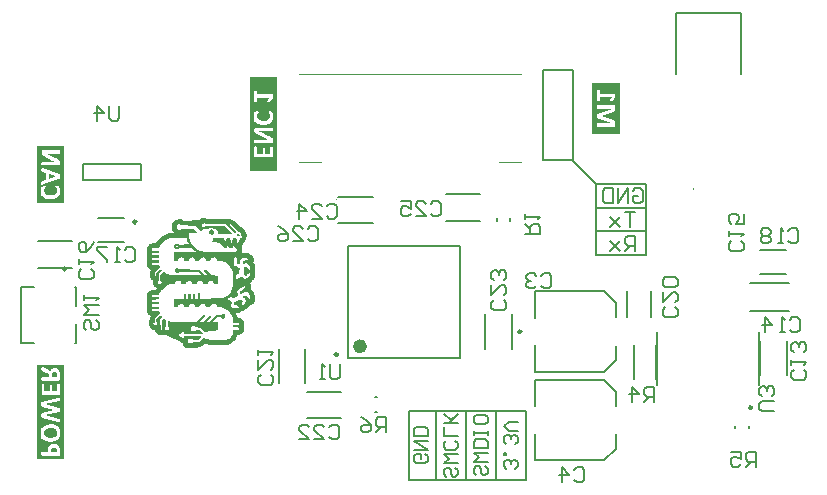
<source format=gbr>
%TF.GenerationSoftware,Altium Limited,Altium Designer,24.2.2 (26)*%
G04 Layer_Color=32896*
%FSLAX45Y45*%
%MOMM*%
%TF.SameCoordinates,E0A11F65-F641-4799-B4C3-4BD4810D80D2*%
%TF.FilePolarity,Positive*%
%TF.FileFunction,Legend,Bot*%
%TF.Part,Single*%
G01*
G75*
%TA.AperFunction,NonConductor*%
%ADD61C,0.25000*%
%ADD62C,0.10000*%
%ADD64C,0.20000*%
%ADD65C,0.60000*%
%ADD66C,0.15240*%
G36*
X4020673Y11459819D02*
X4029444Y11456311D01*
X4032952Y11454556D01*
X4041723Y11451048D01*
X4218016Y11451925D01*
X4237312Y11450171D01*
X4244329Y11448417D01*
X4253099Y11444909D01*
X4259239Y11440523D01*
X4268887Y11432629D01*
X4317126Y11384390D01*
X4324143Y11382636D01*
X4340808Y11371234D01*
X4351333Y11360709D01*
X4353087Y11357200D01*
X4363612Y11334396D01*
X4365366Y11316855D01*
X4363612Y11280017D01*
X4352210Y11263353D01*
X4348701Y11261599D01*
X4345193Y11258090D01*
X4341685Y11256336D01*
X4333791Y11241426D01*
X4325020Y11229146D01*
X4323266Y11223884D01*
X4326774Y11215113D01*
X4328529Y11208096D01*
X4326774Y11183538D01*
X4323266Y11174767D01*
X4319758Y11167751D01*
X4325897Y11166874D01*
X4331160Y11168628D01*
X4369751Y11166874D01*
X4375014Y11165119D01*
X4391679Y11158980D01*
X4406589Y11149332D01*
X4410097Y11145824D01*
X4413606Y11144070D01*
X4421499Y11136176D01*
X4423253Y11132668D01*
X4428516Y11120388D01*
X4430270Y11113372D01*
X4428516Y11095830D01*
X4424131Y11086182D01*
X4426762Y11083551D01*
X4435533Y11064255D01*
X4439041Y11051976D01*
X4440795Y11039697D01*
X4439041Y10974793D01*
X4435533Y10966022D01*
X4425008Y10946726D01*
X4417114Y10937078D01*
X4414483Y10934447D01*
X4412729Y10930939D01*
X4403081Y10921291D01*
X4399572Y10919537D01*
X4391679Y10913397D01*
X4400449Y10904626D01*
X4402204Y10901118D01*
X4405712Y10892347D01*
X4407466Y10885331D01*
X4405712Y10867789D01*
X4403958Y10862526D01*
X4405712Y10859018D01*
X4414483Y10850247D01*
X4416237Y10846739D01*
X4425008Y10832706D01*
X4432024Y10816918D01*
X4435533Y10804639D01*
X4437287Y10797622D01*
X4435533Y10762539D01*
X4432024Y10753768D01*
X4426762Y10744997D01*
X4420622Y10737104D01*
X4417114Y10735349D01*
X4401326Y10728333D01*
X4390801Y10726579D01*
X4382031Y10712545D01*
X4377645Y10706406D01*
X4360981Y10689741D01*
X4357472Y10687987D01*
X4346947Y10680971D01*
X4335545Y10676585D01*
X4331160Y10672200D01*
X4327651Y10670446D01*
X4304847Y10659921D01*
X4297831Y10658166D01*
X4285551Y10656412D01*
X4277658Y10655535D01*
X4286429Y10632731D01*
X4289060Y10623083D01*
X4290814Y10617821D01*
X4308356Y10616066D01*
X4327651Y10605541D01*
X4331160Y10602033D01*
X4333791Y10601156D01*
X4335545Y10597648D01*
X4339054Y10594139D01*
X4344316Y10581860D01*
X4346070Y10569581D01*
X4344316Y10508185D01*
X4337299Y10495906D01*
X4333791Y10492398D01*
X4332914Y10489767D01*
X4329406Y10488013D01*
X4324143Y10482750D01*
X4311864Y10477488D01*
X4297831Y10473979D01*
X4288183Y10473102D01*
X4285551Y10463454D01*
X4272395Y10439773D01*
X4264502Y10430125D01*
X4260116Y10423986D01*
X4245206Y10409075D01*
X4241697Y10407321D01*
X4229418Y10398550D01*
X4217139Y10393288D01*
X4208369Y10389779D01*
X4187319Y10384517D01*
X4153989Y10382763D01*
X4082069Y10384517D01*
X4076806Y10386271D01*
X4056633Y10388902D01*
X4047862Y10390656D01*
X4026812Y10395919D01*
X4017165Y10398550D01*
X4011902Y10400304D01*
X3990852Y10379254D01*
X3987344Y10377500D01*
X3983836Y10373992D01*
X3975065Y10370483D01*
X3968048Y10368729D01*
X3932965Y10365221D01*
X3920686Y10359958D01*
X3913669Y10358204D01*
X3855781Y10359958D01*
X3839117Y10371361D01*
X3835609Y10374869D01*
X3830346Y10387148D01*
X3828592Y10394165D01*
X3827715Y10402058D01*
X3816313Y10406444D01*
X3813682Y10409075D01*
X3703169Y10465208D01*
X3687382Y10472225D01*
X3673349Y10473979D01*
X3666332Y10477488D01*
X3654053Y10472225D01*
X3640896Y10471348D01*
X3624232Y10473979D01*
X3607567Y10485381D01*
X3605813Y10488890D01*
X3602305Y10492398D01*
X3594411Y10510817D01*
X3576870Y10512571D01*
X3561082Y10521342D01*
X3551434Y10529235D01*
X3547926Y10532744D01*
X3546172Y10536252D01*
X3537401Y10555548D01*
X3535647Y10567827D01*
X3537401Y10585368D01*
X3546172Y10604664D01*
X3547926Y10622206D01*
X3553188Y10634485D01*
X3539155Y10643256D01*
X3533893Y10646764D01*
X3532138Y10650273D01*
X3528630Y10653781D01*
X3526876Y10657289D01*
X3521613Y10669568D01*
X3519859Y10681848D01*
Y10748506D01*
Y10750260D01*
X3521613Y10816918D01*
X3530384Y10832706D01*
X3538278Y10842353D01*
X3541786Y10844108D01*
X3545295Y10847616D01*
X3554066Y10851124D01*
X3568099Y10854633D01*
X3600551Y10855510D01*
X3605813Y10866035D01*
X3591780Y10874806D01*
X3581255Y10885331D01*
X3572484Y10904626D01*
X3570730Y10922168D01*
X3572484Y10930939D01*
X3569853Y10933570D01*
X3566345Y10935324D01*
X3562836Y10938832D01*
X3560205Y10939710D01*
X3558451Y10943218D01*
X3553188Y10948480D01*
X3547926Y10960759D01*
X3546172Y10973039D01*
X3547926Y11016893D01*
X3553188Y11025663D01*
X3552311Y11028295D01*
X3540032Y11035311D01*
X3536524Y11038820D01*
X3533893Y11039697D01*
X3532138Y11043205D01*
X3528630Y11046713D01*
X3526876Y11050222D01*
X3521613Y11062501D01*
X3519859Y11074780D01*
X3521613Y11211605D01*
X3528630Y11223884D01*
X3536524Y11233532D01*
X3540032Y11237040D01*
X3543541Y11238794D01*
X3559328Y11245811D01*
X3571607Y11247565D01*
X3600551Y11248442D01*
X3602305Y11251951D01*
X3617215Y11273878D01*
X3619847Y11276509D01*
X3621601Y11280017D01*
X3641774Y11300190D01*
X3645282Y11301944D01*
X3648790Y11305453D01*
X3652299Y11307207D01*
X3655807Y11310715D01*
X3659315Y11312469D01*
X3675103Y11321240D01*
X3690890Y11328257D01*
X3708432Y11333519D01*
X3715449Y11335273D01*
X3727728Y11337028D01*
X3745269Y11338782D01*
X3749655Y11339659D01*
X3742638Y11346675D01*
X3733867Y11365971D01*
X3732113Y11372988D01*
X3730359Y11385267D01*
X3732990Y11400177D01*
X3738253Y11414211D01*
X3745269Y11424736D01*
X3749655Y11429121D01*
X3751409Y11432629D01*
X3764565Y11442277D01*
X3776844Y11447540D01*
X3790878Y11451048D01*
X3815436Y11449294D01*
X3834731Y11440523D01*
X3962786Y11442277D01*
X3969802Y11449294D01*
X3992606Y11459819D01*
X4004886Y11461573D01*
X4020673Y11459819D01*
D02*
G37*
G36*
X7526448Y12176876D02*
X7293551D01*
Y12603126D01*
X7526448D01*
Y12176876D01*
D02*
G37*
G36*
X2823949Y12068126D02*
Y11586875D01*
X2591051D01*
Y12068126D01*
X2823949D01*
D02*
G37*
G36*
X4626448Y11858750D02*
X4393551D01*
Y12656251D01*
X4626448D01*
Y11858750D01*
D02*
G37*
G36*
X2823949Y9423750D02*
X2591052D01*
Y10221250D01*
X2823949D01*
Y9423750D01*
D02*
G37*
%LPC*%
G36*
X4003131Y11419473D02*
X3994361Y11414211D01*
X3991729Y11411579D01*
X3989975Y11404563D01*
X3991729Y11394038D01*
X3996115Y11389652D01*
X4006640Y11386144D01*
X4018919Y11393161D01*
X4020673Y11396669D01*
X4185564Y11394915D01*
X4253099Y11327380D01*
X4127677Y11326503D01*
X4125046Y11343167D01*
X4116275Y11358955D01*
X4108381Y11366848D01*
X4099610Y11370357D01*
X4092594Y11372111D01*
X4080314Y11373865D01*
X4015410Y11372111D01*
X4010148Y11370357D01*
X4003131Y11368602D01*
X3990852Y11363340D01*
X3987344Y11361586D01*
X3976819Y11354569D01*
X3973311Y11356323D01*
X3932965Y11396669D01*
X3817190Y11398423D01*
X3813682Y11403686D01*
X3810173Y11405440D01*
X3801403Y11408948D01*
X3787369Y11407194D01*
X3777721Y11399300D01*
X3774213Y11390529D01*
X3773336Y11382636D01*
X3775090Y11375619D01*
X3781230Y11365971D01*
X3783861Y11363340D01*
X3796140Y11359832D01*
X3808419Y11361586D01*
X3811927Y11365094D01*
X3815436Y11366848D01*
X3818067Y11369479D01*
X3818944Y11372111D01*
X3922440Y11370357D01*
X3956646Y11336151D01*
X3875954Y11334396D01*
X3877709Y11304576D01*
X3879463Y11299313D01*
X3881217Y11292296D01*
X3887356Y11275632D01*
X3890865Y11266861D01*
X3898759Y11251951D01*
X3910161Y11235286D01*
X3912792Y11232655D01*
X3914546Y11229146D01*
X3934719Y11208974D01*
X3938227Y11207219D01*
X3941736Y11203711D01*
X3945244Y11201957D01*
X3957523Y11193186D01*
X3976819Y11184415D01*
X3985590Y11180907D01*
X3992606Y11179153D01*
X4004886Y11175644D01*
X4025935Y11172136D01*
X4269764Y11173890D01*
X4279412Y11181784D01*
X4282920Y11185292D01*
X4285551Y11194940D01*
X4286429Y11202834D01*
X4270641Y11204588D01*
X4254854Y11234409D01*
X4252222Y11235286D01*
X4250468Y11224761D01*
X4248714Y11215990D01*
X4244329Y11204588D01*
X4222402Y11203711D01*
X4219771Y11206342D01*
X4209246Y11225638D01*
X4204860Y11231778D01*
X4202229Y11222130D01*
X4199598Y11210728D01*
X4196966Y11204588D01*
X4185564Y11203711D01*
X4164514Y11224761D01*
X4161006Y11226515D01*
X4155744Y11231778D01*
X4152235Y11233532D01*
X4148727Y11237040D01*
X4145219Y11238794D01*
X4131185Y11247565D01*
X4119783Y11251951D01*
X4104873Y11256336D01*
X4097856Y11258090D01*
X4080314Y11259844D01*
X4074175Y11260721D01*
X4081191Y11278263D01*
X4084700Y11290542D01*
X4085577Y11294928D01*
X4170654Y11294051D01*
X4175916Y11281771D01*
X4179425Y11267738D01*
X4182056Y11256336D01*
X4184687Y11258967D01*
X4186441Y11262476D01*
X4195212Y11276509D01*
X4201352Y11294928D01*
X4223279Y11294051D01*
X4228541Y11281771D01*
X4232050Y11269492D01*
X4233804Y11262476D01*
X4236435Y11252828D01*
X4240820Y11258967D01*
X4254854Y11288788D01*
X4256608Y11294051D01*
X4275027Y11294928D01*
X4284674Y11273001D01*
X4288183Y11258967D01*
X4289060Y11251074D01*
X4293445Y11255459D01*
X4295199Y11258967D01*
X4302216Y11271246D01*
X4307479Y11283526D01*
X4310110Y11294928D01*
X4323266Y11295805D01*
X4321512Y11329134D01*
X4313618Y11340536D01*
X4310110Y11342290D01*
X4297831Y11347553D01*
X4292568Y11349307D01*
X4232927Y11408948D01*
X4225910Y11407194D01*
X4223279Y11404563D01*
X4225033Y11399300D01*
X4279412Y11344921D01*
X4276781Y11342290D01*
X4273272Y11340536D01*
X4268887Y11336151D01*
X4267133Y11332642D01*
X4266256Y11331765D01*
X4216262Y11381759D01*
X4215385Y11382636D01*
X4189073Y11408948D01*
X4020673Y11410702D01*
X4013656Y11417719D01*
X4003131Y11419473D01*
D02*
G37*
G36*
X3855781Y11296682D02*
X3724219Y11294928D01*
X3718957Y11293174D01*
X3697030Y11285280D01*
X3682119Y11277386D01*
X3666332Y11265107D01*
X3659315Y11258090D01*
X3656684Y11257213D01*
X3654930Y11253705D01*
X3649667Y11248442D01*
X3647913Y11244934D01*
X3644405Y11241426D01*
X3642651Y11237917D01*
X3628617Y11208096D01*
X3627740Y11205465D01*
X3566345Y11203711D01*
X3561959Y11199326D01*
X3563713Y11188801D01*
X3571607Y11186169D01*
X3623355Y11185292D01*
X3622478Y11165119D01*
X3566345Y11163365D01*
X3561959Y11158980D01*
X3563713Y11150209D01*
X3568099Y11145824D01*
X3623355Y11144947D01*
X3622478Y11124774D01*
X3566345Y11123020D01*
X3561959Y11118634D01*
X3563713Y11109863D01*
X3566345Y11107232D01*
X3573361Y11105478D01*
X3623355Y11104601D01*
X3622478Y11084428D01*
X3564591Y11082674D01*
X3561959Y11074780D01*
X3566345Y11066886D01*
X3578624Y11065132D01*
X3628617Y11064255D01*
X3633003Y11052853D01*
X3633880Y11046713D01*
X3588272Y11001105D01*
X3590026Y10971284D01*
X3592657Y10968653D01*
X3597920Y10970407D01*
X3600551Y10973039D01*
X3602305Y10997597D01*
X3640019Y11035311D01*
X3642651Y11034434D01*
X3644405Y11030926D01*
X3653176Y11018647D01*
X3623355Y10988826D01*
X3621601Y10932693D01*
X3616338Y10929185D01*
X3612830Y10916905D01*
X3618092Y10908135D01*
X3622478Y10903749D01*
X3631249Y10901995D01*
X3640019Y10907258D01*
X3644405Y10911643D01*
X3646159Y10920414D01*
X3640019Y10931816D01*
X3636511Y10933570D01*
X3635634Y10981809D01*
X3662824Y11008999D01*
X3668086Y11003736D01*
X3671594Y11001982D01*
X3675103Y10998474D01*
X3678611Y10996720D01*
X3689136Y10989703D01*
X3701415Y10984441D01*
X3718957Y10979178D01*
X3725973Y10977424D01*
X3738253Y10975670D01*
X3988221Y10976547D01*
X3957523Y11007245D01*
X3799648Y11005491D01*
X3797017Y11002859D01*
X3796140Y11000228D01*
X3792632Y10998474D01*
X3783861Y10994966D01*
X3771582Y10996720D01*
X3768073Y11000228D01*
X3764565Y11001982D01*
X3760180Y11011630D01*
X3761934Y11027418D01*
X3769828Y11035311D01*
X3782107Y11038820D01*
X3787369Y11037066D01*
X3796140Y11031803D01*
X3801403Y11026541D01*
X3968048Y11024786D01*
X3974188Y11018647D01*
X3975942Y11015138D01*
X4015410Y10975670D01*
X4042600Y10976547D01*
X4007517Y11011630D01*
X4009271Y11022155D01*
X4011902Y11024786D01*
X4017165Y11026541D01*
X4029444Y11017770D01*
X4071544Y10975670D01*
X4126800Y10974793D01*
X4125923Y10903749D01*
X4092594Y10905503D01*
X4090839Y10914274D01*
X4084700Y10923922D01*
X4080314Y10928308D01*
X4071544Y10931816D01*
X4061896Y10932693D01*
X4053125Y10930939D01*
X4042600Y10923922D01*
X4035583Y10908135D01*
X4034706Y10903749D01*
X4000500Y10904626D01*
X3998746Y10915151D01*
X3990852Y10924799D01*
X3985590Y10930062D01*
X3974188Y10932693D01*
X3971556Y10933570D01*
X3966294Y10931816D01*
X3959277Y10930062D01*
X3949629Y10922168D01*
X3944367Y10909889D01*
X3942613Y10904626D01*
X3910161Y10903749D01*
X3907529Y10906381D01*
X3905775Y10916905D01*
X3897881Y10926553D01*
X3885602Y10931816D01*
X3877709Y10932693D01*
X3868938Y10930939D01*
X3858413Y10923922D01*
X3856659Y10920414D01*
X3851396Y10908135D01*
X3850519Y10903749D01*
X3816313Y10904626D01*
X3814559Y10915151D01*
X3806665Y10926553D01*
X3803157Y10928308D01*
X3794386Y10931816D01*
X3786492Y10932693D01*
X3777721Y10930939D01*
X3768073Y10924799D01*
X3763688Y10920414D01*
X3760180Y10911643D01*
X3758426Y10904626D01*
X3737376Y10902872D01*
X3716326Y10899364D01*
X3697030Y10892347D01*
X3682119Y10884453D01*
X3666332Y10872174D01*
X3649667Y10855510D01*
X3647913Y10852001D01*
X3644405Y10848493D01*
X3642651Y10844985D01*
X3628617Y10815164D01*
X3627740Y10812533D01*
X3566345Y10810778D01*
X3561959Y10806393D01*
X3563713Y10797622D01*
X3568099Y10793237D01*
X3623355Y10792360D01*
X3622478Y10772187D01*
X3566345Y10770433D01*
X3563713Y10767801D01*
X3561959Y10760785D01*
X3563713Y10757276D01*
X3568099Y10752891D01*
X3623355Y10752014D01*
X3622478Y10731841D01*
X3566345Y10730087D01*
X3561959Y10725702D01*
X3563713Y10716931D01*
X3568099Y10712545D01*
X3623355Y10711668D01*
X3622478Y10691496D01*
X3564591Y10689741D01*
X3561959Y10681848D01*
X3566345Y10673954D01*
X3578624Y10672200D01*
X3628617Y10671323D01*
X3633880Y10653781D01*
X3588272Y10608173D01*
X3586518Y10583614D01*
X3579501Y10576598D01*
X3577747Y10569581D01*
X3579501Y10560810D01*
X3585640Y10554671D01*
X3592657Y10552916D01*
X3601428Y10554671D01*
X3607567Y10559056D01*
X3609322Y10566073D01*
X3607567Y10578352D01*
X3603182Y10582737D01*
X3600551Y10583614D01*
X3602305Y10604664D01*
X3640019Y10642379D01*
X3644405Y10637993D01*
X3646159Y10634485D01*
X3649667Y10630977D01*
X3651421Y10627468D01*
X3654930Y10623960D01*
X3635634Y10604664D01*
X3637388Y10515202D01*
X3645282Y10514325D01*
X3647913Y10516956D01*
X3649667Y10601156D01*
X3662824Y10614312D01*
X3666332Y10612558D01*
X3669840Y10609050D01*
X3673349Y10607296D01*
X3676857Y10603787D01*
X3680365Y10602033D01*
X3684751Y10599402D01*
X3683874Y10544146D01*
X3680365Y10542391D01*
X3677734Y10539760D01*
X3674226Y10530989D01*
X3676857Y10521342D01*
X3682119Y10516079D01*
X3689136Y10514325D01*
X3699661Y10516079D01*
X3705801Y10522219D01*
X3707555Y10532744D01*
X3699661Y10544146D01*
X3697030Y10545023D01*
X3697907Y10591508D01*
X3717203Y10586246D01*
X3724219Y10584491D01*
X3736498Y10582737D01*
X3941736Y10584491D01*
X3996115Y10638871D01*
X4003131Y10640625D01*
X4010148Y10638871D01*
X4012779Y10630977D01*
X4007517Y10622206D01*
X3968925Y10583614D01*
X3994361Y10582737D01*
X4052248Y10640625D01*
X4062773Y10638871D01*
X4065404Y10636239D01*
X4066281Y10630100D01*
X4061896Y10623960D01*
X4021550Y10583614D01*
X4048739Y10582737D01*
X4108381Y10642379D01*
X4146973Y10644133D01*
X4153989Y10651150D01*
X4161006Y10652904D01*
X4175039Y10651150D01*
X4182933Y10645010D01*
X4186441Y10636239D01*
X4184687Y10622206D01*
X4181179Y10618698D01*
X4180302Y10616066D01*
X4176794Y10614312D01*
X4168023Y10610804D01*
X4155744Y10612558D01*
X4147850Y10618698D01*
X4146096Y10622206D01*
X4117152Y10623083D01*
X4077683Y10583614D01*
X4126800Y10581860D01*
X4125923Y10510817D01*
X4086454Y10508185D01*
X4072421Y10506431D01*
X4061896Y10504677D01*
X4044354Y10501169D01*
X4030321Y10497660D01*
X4017165Y10493275D01*
X3976819Y10533621D01*
X3938227Y10535375D01*
X3929456Y10545900D01*
X3920686Y10549408D01*
X3904898Y10547654D01*
X3895250Y10539760D01*
X3891742Y10527481D01*
X3893496Y10516956D01*
X3901390Y10507308D01*
X3904898Y10503800D01*
X3917177Y10502046D01*
X3925948Y10503800D01*
X3935596Y10511694D01*
X3937350Y10515202D01*
X3969802Y10516079D01*
X3996992Y10488890D01*
X3995238Y10485381D01*
X3986467Y10481873D01*
X3839994Y10480996D01*
X3838240Y10502046D01*
X3824207Y10493275D01*
X3784738Y10473102D01*
X3785615Y10470471D01*
X3825961Y10449421D01*
X3839117Y10443281D01*
X3839994Y10463454D01*
X3976819Y10461700D01*
X3982959Y10457315D01*
X3982081Y10456438D01*
X3981204Y10455560D01*
X3954015Y10428371D01*
X3909284Y10429248D01*
X3908406Y10438896D01*
X3870692Y10438019D01*
X3871569Y10400304D01*
X3909284Y10401181D01*
X3910161Y10410829D01*
X3964540Y10412583D01*
X4001377Y10449421D01*
X4010148Y10445913D01*
X4021550Y10441527D01*
X4031198Y10438896D01*
X4043477Y10435388D01*
X4057510Y10431879D01*
X4069789Y10430125D01*
X4076806Y10428371D01*
X4099610Y10426617D01*
X4132939Y10424863D01*
X4185564Y10426617D01*
X4190827Y10428371D01*
X4207491Y10434510D01*
X4218016Y10441527D01*
X4224156Y10447667D01*
X4227664Y10449421D01*
X4232050Y10453806D01*
X4233804Y10457315D01*
X4237312Y10460823D01*
X4239066Y10464331D01*
X4247837Y10483627D01*
X4251345Y10497660D01*
X4253099Y10515202D01*
X4298708Y10516956D01*
X4303970Y10522219D01*
X4302216Y10532744D01*
X4294322Y10535375D01*
X4253099Y10536252D01*
X4253977Y10556425D01*
X4301339Y10558179D01*
X4303970Y10566073D01*
X4302216Y10571335D01*
X4297831Y10575721D01*
X4253099Y10576598D01*
X4250468Y10603787D01*
X4246960Y10617821D01*
X4241697Y10631854D01*
X4228541Y10655535D01*
X4225033Y10659043D01*
X4223279Y10662552D01*
X4206614Y10679216D01*
X4203106Y10680971D01*
X4199598Y10684479D01*
X4196089Y10686233D01*
X4183810Y10693250D01*
X4171531Y10698512D01*
X4162760Y10702021D01*
X4151358Y10704652D01*
X4135571Y10706406D01*
X4116275Y10708160D01*
X4114521Y10718685D01*
X4106627Y10730087D01*
X4103119Y10731841D01*
X4094348Y10735349D01*
X4075052Y10733595D01*
X4065404Y10725702D01*
X4060141Y10713423D01*
X4058387Y10708160D01*
X4025935Y10707283D01*
X4023304Y10715177D01*
X4016288Y10727456D01*
X4011902Y10731841D01*
X4003131Y10735349D01*
X3983836Y10733595D01*
X3974188Y10725702D01*
X3970679Y10722193D01*
X3967171Y10709914D01*
X3966294Y10707283D01*
X3932088Y10708160D01*
X3930334Y10718685D01*
X3922440Y10730087D01*
X3918931Y10731841D01*
X3910161Y10735349D01*
X3890865Y10733595D01*
X3881217Y10725702D01*
X3875954Y10713423D01*
X3875077Y10707283D01*
X3840871Y10708160D01*
X3839117Y10715177D01*
X3832100Y10727456D01*
X3827715Y10731841D01*
X3818944Y10735349D01*
X3799648Y10733595D01*
X3790001Y10725702D01*
X3786492Y10722193D01*
X3782984Y10709914D01*
X3782107Y10707283D01*
X3747901Y10708160D01*
X3749655Y10778326D01*
X3832100Y10780081D01*
X3833854Y10823935D01*
X3836486Y10826566D01*
X3842625Y10827443D01*
X3848765Y10824812D01*
X3851396Y10822181D01*
X3853150Y10815164D01*
X3854027Y10779203D01*
X3870692Y10780081D01*
X3872446Y10822181D01*
X3876831Y10826566D01*
X3883848Y10828320D01*
X3891742Y10822181D01*
X3893496Y10809901D01*
X3894373Y10779203D01*
X3911038Y10780081D01*
X3912792Y10822181D01*
X3917177Y10826566D01*
X3923317Y10827443D01*
X3929456Y10824812D01*
X3932088Y10822181D01*
X3932965Y10779203D01*
X3951384Y10780081D01*
X3953138Y10822181D01*
X3957523Y10826566D01*
X3963663Y10827443D01*
X3969802Y10824812D01*
X3972434Y10822181D01*
X3973311Y10779203D01*
X4153989Y10780958D01*
X4159252Y10782712D01*
X4181179Y10790606D01*
X4198721Y10801131D01*
X4201352Y10803762D01*
X4204860Y10805516D01*
X4211877Y10812533D01*
X4215385Y10814287D01*
X4218016Y10816918D01*
X4219771Y10820426D01*
X4226787Y10827443D01*
X4228541Y10830951D01*
X4232050Y10834460D01*
X4233804Y10837968D01*
X4246083Y10864281D01*
X4251345Y10885331D01*
X4253099Y10918660D01*
X4251345Y10994089D01*
X4249591Y10999351D01*
X4246960Y11010753D01*
X4241697Y11024786D01*
X4228541Y11048468D01*
X4225033Y11051976D01*
X4223279Y11055484D01*
X4206614Y11072149D01*
X4203106Y11073903D01*
X4199598Y11077411D01*
X4196089Y11079166D01*
X4182056Y11087936D01*
X4170654Y11092322D01*
X4161006Y11094953D01*
X4146973Y11098461D01*
X4129431Y11100216D01*
X4116275Y11101093D01*
X4114521Y11111618D01*
X4106627Y11123020D01*
X4103119Y11124774D01*
X4094348Y11128282D01*
X4086454Y11129159D01*
X4077683Y11127405D01*
X4068035Y11121266D01*
X4063650Y11116880D01*
X4060141Y11108109D01*
X4058387Y11101093D01*
X4025935Y11100216D01*
X4023304Y11108109D01*
X4016288Y11120388D01*
X4011902Y11124774D01*
X4003131Y11128282D01*
X3995238Y11129159D01*
X3986467Y11127405D01*
X3980327Y11124774D01*
X3970679Y11115126D01*
X3967171Y11102847D01*
X3966294Y11100216D01*
X3932088Y11101093D01*
X3930334Y11111618D01*
X3922440Y11123020D01*
X3918931Y11124774D01*
X3910161Y11128282D01*
X3902267Y11129159D01*
X3893496Y11127405D01*
X3883848Y11121266D01*
X3879463Y11116880D01*
X3875954Y11108109D01*
X3874200Y11101093D01*
X3841748Y11100216D01*
X3839117Y11108109D01*
X3832100Y11120388D01*
X3827715Y11124774D01*
X3818944Y11128282D01*
X3811050Y11129159D01*
X3802280Y11127405D01*
X3796140Y11124774D01*
X3786492Y11115126D01*
X3782984Y11102847D01*
X3782107Y11100216D01*
X3747901Y11101093D01*
X3749655Y11171259D01*
X3947875Y11173013D01*
X3933842Y11181784D01*
X3927702Y11186169D01*
X3918054Y11194063D01*
X3915423Y11196694D01*
X3911915Y11198449D01*
X3901390Y11208974D01*
X3796140Y11207219D01*
X3790878Y11201957D01*
X3787369Y11200203D01*
X3778598Y11196694D01*
X3764565Y11198449D01*
X3754917Y11206342D01*
X3749655Y11218621D01*
X3751409Y11232655D01*
X3759303Y11242303D01*
X3771582Y11247565D01*
X3785615Y11245811D01*
X3789123Y11242303D01*
X3792632Y11240549D01*
X3796140Y11237040D01*
X3879463Y11237917D01*
X3865429Y11267738D01*
X3858413Y11290542D01*
X3855781Y11296682D01*
D02*
G37*
G36*
X3773336Y11230024D02*
X3769828Y11228269D01*
X3767196Y11225638D01*
X3768951Y11216867D01*
X3771582Y11214236D01*
X3780353Y11215990D01*
X3781230Y11216867D01*
Y11218621D01*
X3782984Y11223884D01*
X3780353Y11228269D01*
X3773336Y11230024D01*
D02*
G37*
G36*
X4276781Y11138807D02*
X4268887Y11130913D01*
X4261870Y11115126D01*
X4263624Y11064255D01*
X4269764Y11056361D01*
X4273272Y11054607D01*
X4292568Y11045836D01*
X4303970Y11041451D01*
X4307479Y11039697D01*
X4305724Y10994089D01*
X4290814Y10987949D01*
X4282043Y10984441D01*
X4275904Y10981809D01*
X4276781Y10947603D01*
X4283797Y10949357D01*
X4327651Y10966899D01*
X4331160Y10965145D01*
X4334668Y10961636D01*
X4338176Y10959882D01*
X4343439Y10954620D01*
X4355718Y10949357D01*
X4371506Y10951112D01*
X4381154Y10959005D01*
X4389047Y10968653D01*
X4391679Y10971284D01*
X4393433Y10974793D01*
X4396941Y10983564D01*
X4398695Y10995843D01*
X4397818Y11001982D01*
X4375014Y10989703D01*
X4368874Y10983564D01*
X4367120Y10980055D01*
X4360981Y10973916D01*
X4352210Y10979178D01*
X4348701Y10982686D01*
X4345193Y10984441D01*
X4340808Y10988826D01*
X4342562Y11041451D01*
X4345193Y11044082D01*
X4365366Y11053730D01*
X4370629Y11048468D01*
X4372383Y11044959D01*
X4391679Y11025663D01*
X4393433Y11022155D01*
X4396941Y11016893D01*
X4398695Y11022155D01*
X4396941Y11050222D01*
X4382031Y11072149D01*
X4378522Y11075657D01*
X4366243Y11079166D01*
X4355718Y11077411D01*
X4343439Y11070395D01*
X4332914Y11065132D01*
X4332037Y11099338D01*
X4334668Y11101970D01*
X4360981Y11103724D01*
X4373260Y11108986D01*
X4385539Y11110741D01*
X4386416Y11111618D01*
X4382031Y11116003D01*
X4378522Y11117757D01*
X4362735Y11124774D01*
X4345193Y11126528D01*
X4324143Y11124774D01*
X4314495Y11116880D01*
X4309233Y11104601D01*
X4308356Y11066886D01*
X4298708Y11069518D01*
X4285551Y11075657D01*
X4283797Y11114249D01*
X4281166Y11122143D01*
X4280289Y11123020D01*
X4278535Y11130036D01*
X4276781Y11138807D01*
D02*
G37*
G36*
X4355718Y10882699D02*
X4331160Y10880945D01*
X4317126Y10872174D01*
X4301339Y10863403D01*
X4291691Y10855510D01*
X4288183Y10846739D01*
X4289937Y10818672D01*
X4291691Y10813410D01*
X4289937Y10802885D01*
X4260116Y10785343D01*
X4252222Y10782712D01*
X4246960Y10787974D01*
X4243452Y10789728D01*
X4239943Y10793237D01*
X4236435Y10794991D01*
X4232927Y10798499D01*
X4229418Y10796745D01*
X4220648Y10787974D01*
X4217139Y10786220D01*
X4213631Y10782712D01*
X4210123Y10780958D01*
X4205737Y10778326D01*
X4213631Y10770433D01*
X4217139Y10768678D01*
X4222402Y10763416D01*
X4225910Y10761662D01*
X4229418Y10758153D01*
X4232927Y10756399D01*
X4238189Y10751137D01*
X4239066Y10750260D01*
X4237312Y10718685D01*
X4242575Y10709914D01*
X4248714Y10703775D01*
X4262747Y10700266D01*
X4280289Y10698512D01*
X4292568Y10700266D01*
X4304847Y10707283D01*
X4301339Y10709037D01*
X4294322Y10716054D01*
X4290814Y10717808D01*
X4282043Y10721316D01*
X4269764Y10723070D01*
X4261870Y10725702D01*
X4263624Y10748506D01*
X4266256Y10751137D01*
X4269764Y10752891D01*
X4283797Y10761662D01*
X4299585Y10770433D01*
X4311864Y10775695D01*
X4325897Y10766924D01*
X4333791Y10762539D01*
X4329406Y10751137D01*
X4326774Y10743243D01*
X4325020Y10736227D01*
X4323266Y10727456D01*
X4316249Y10716931D01*
X4322389Y10716054D01*
X4334668Y10723070D01*
X4344316Y10730964D01*
X4353087Y10743243D01*
X4354841Y10750260D01*
X4358349Y10759031D01*
X4356595Y10773064D01*
X4353087Y10776572D01*
X4351333Y10780081D01*
X4348701Y10782712D01*
X4329406Y10793237D01*
X4326774Y10795868D01*
X4357472Y10812533D01*
X4360981Y10810778D01*
X4369751Y10796745D01*
X4373260Y10791483D01*
X4376768Y10789728D01*
X4389924Y10776572D01*
X4391679Y10773064D01*
X4392556Y10772187D01*
X4395187Y10774818D01*
X4393433Y10801131D01*
X4382908Y10820426D01*
X4374137Y10832706D01*
X4364489Y10837091D01*
X4346947Y10835337D01*
X4336422Y10828320D01*
X4315372Y10817795D01*
X4313618Y10828320D01*
X4312741Y10841476D01*
X4315372Y10844108D01*
X4318881Y10845862D01*
X4331160Y10852878D01*
X4346070Y10862526D01*
X4347824Y10866035D01*
X4360981Y10879191D01*
X4363612Y10880068D01*
X4355718Y10882699D01*
D02*
G37*
%LPD*%
G36*
X4083119Y11359307D02*
X4085750Y11356676D01*
X4089258Y11347905D01*
X4087504Y11333871D01*
X4079610Y11324224D01*
X4070839Y11320715D01*
X4056806Y11322469D01*
X4047158Y11332117D01*
X4043650Y11344396D01*
X4048035Y11355798D01*
X4055052Y11362815D01*
X4067331Y11366323D01*
X4070839D01*
X4083119Y11359307D01*
D02*
G37*
G36*
X4303970Y11329134D02*
X4307479Y11320363D01*
Y11318609D01*
Y11316855D01*
X4301339Y11308961D01*
X4294322Y11307207D01*
X4287306Y11308961D01*
X4282920Y11313346D01*
X4281166Y11320363D01*
X4285551Y11330011D01*
X4294322Y11333519D01*
X4303970Y11329134D01*
D02*
G37*
%LPC*%
G36*
X7488522Y12545586D02*
Y12506221D01*
X7488313Y12508512D01*
Y12508928D01*
X7488105Y12510178D01*
X7487897Y12511636D01*
X7487689Y12512886D01*
Y12513094D01*
X7487480Y12513719D01*
X7487064Y12514344D01*
X7486439Y12514760D01*
X7486231Y12514968D01*
X7486022Y12515177D01*
X7485398Y12515385D01*
X7484773D01*
X7356472D01*
Y12541420D01*
X7356056Y12542045D01*
X7355639Y12542670D01*
X7355431Y12542878D01*
X7355223Y12543086D01*
X7354598Y12543711D01*
X7353556Y12544128D01*
X7353348Y12544336D01*
X7352515Y12544544D01*
X7351265Y12544961D01*
X7349807Y12545169D01*
X7349391D01*
X7348141Y12545377D01*
X7346475Y12545586D01*
X7342101D01*
X7340226Y12545377D01*
X7338352Y12545169D01*
X7337935D01*
X7337102Y12544961D01*
X7335852Y12544544D01*
X7334603Y12544128D01*
X7334395D01*
X7333770Y12543711D01*
X7333145Y12543294D01*
X7332520Y12542670D01*
Y12542461D01*
X7332312Y12542045D01*
X7332103Y12541420D01*
D01*
Y12454359D01*
X7332520Y12453109D01*
X7332728Y12452901D01*
X7332937Y12452693D01*
X7333770Y12452068D01*
X7334603Y12451651D01*
X7334811D01*
X7335644Y12451235D01*
X7336894Y12451026D01*
X7338352Y12450610D01*
X7338560D01*
X7338768D01*
X7340018D01*
X7341684Y12450402D01*
X7343975D01*
X7344184D01*
X7344600D01*
X7345225D01*
X7346058D01*
X7347933D01*
X7349807Y12450610D01*
X7350016D01*
X7350224D01*
X7351057Y12450818D01*
X7352307Y12451026D01*
X7353556Y12451443D01*
X7353765Y12451651D01*
X7354389Y12452068D01*
X7355014Y12452484D01*
X7355639Y12453109D01*
X7355847Y12453317D01*
X7356056Y12453734D01*
X7356264Y12454359D01*
X7356472Y12454984D01*
Y12483935D01*
X7457488D01*
X7443742Y12458941D01*
Y12458733D01*
X7443533Y12458524D01*
X7442908Y12457275D01*
X7442284Y12455817D01*
X7441867Y12454359D01*
Y12453317D01*
X7442075Y12452484D01*
X7442700Y12451651D01*
X7442908Y12451443D01*
X7443533Y12451026D01*
X7444575Y12450610D01*
X7446241Y12450193D01*
X7446449D01*
X7446657D01*
X7447282D01*
X7448115D01*
X7449157Y12449985D01*
X7332103D01*
X7488522D01*
Y12545586D01*
D02*
G37*
G36*
X7487480Y12415411D02*
D01*
Y12403539D01*
X7487272Y12404788D01*
X7487064Y12406454D01*
X7486439Y12408329D01*
Y12408537D01*
X7486231Y12408746D01*
X7485814Y12409787D01*
X7484981Y12411037D01*
X7483940Y12412286D01*
X7483731Y12412495D01*
X7482898Y12413119D01*
X7481648Y12413953D01*
X7479982Y12414577D01*
X7479566Y12414786D01*
X7478524Y12414994D01*
X7476858Y12415202D01*
X7474775Y12415411D01*
X7335644D01*
X7335019Y12414994D01*
X7334186Y12414577D01*
X7333978Y12414369D01*
X7333770Y12414161D01*
X7333145Y12413328D01*
X7332728Y12412286D01*
Y12412078D01*
X7332312Y12411037D01*
X7332103Y12409579D01*
X7331895Y12407704D01*
Y12407288D01*
X7331687Y12406454D01*
Y12405621D01*
X7331479Y12403330D01*
Y12397915D01*
X7331687Y12395416D01*
X7331895Y12393125D01*
Y12392708D01*
X7332103Y12391458D01*
X7332312Y12390000D01*
X7332728Y12388542D01*
X7332937Y12388334D01*
X7333145Y12387709D01*
X7333561Y12386876D01*
X7334186Y12386251D01*
X7334395D01*
X7334811Y12386043D01*
X7335644Y12385835D01*
X7336477Y12385626D01*
X7462903D01*
Y12385210D01*
X7336477Y12340221D01*
X7336269Y12340013D01*
X7335644Y12339805D01*
X7333978Y12338555D01*
X7333770Y12338347D01*
X7333353Y12337722D01*
X7332937Y12336889D01*
X7332312Y12335639D01*
Y12335223D01*
X7332103Y12334390D01*
X7331895Y12332932D01*
X7331687Y12330849D01*
Y12328974D01*
X7331479Y12326683D01*
Y12321476D01*
X7331687Y12319185D01*
X7331895Y12316894D01*
Y12316478D01*
X7332103Y12315228D01*
X7332312Y12313770D01*
X7332728Y12312312D01*
X7332937Y12312104D01*
X7333145Y12311271D01*
X7333561Y12310229D01*
X7334186Y12309188D01*
X7334395Y12308979D01*
X7334811Y12308563D01*
X7335644Y12308146D01*
X7336477Y12307938D01*
X7462903Y12264408D01*
Y12264199D01*
X7336477D01*
X7336269D01*
X7335644D01*
X7335019Y12263783D01*
X7334186Y12263366D01*
X7333978Y12263158D01*
X7333770Y12262741D01*
X7333145Y12262116D01*
X7332728Y12260867D01*
Y12260658D01*
X7332312Y12259617D01*
X7332103Y12258159D01*
X7331895Y12256285D01*
Y12255868D01*
X7331687Y12255243D01*
Y12254410D01*
X7331479Y12252119D01*
Y12246704D01*
X7331687Y12244204D01*
X7331895Y12241913D01*
Y12241497D01*
X7332103Y12240247D01*
X7332312Y12238789D01*
X7332728Y12237331D01*
X7332937Y12237123D01*
X7333145Y12236498D01*
X7333561Y12235665D01*
X7334186Y12235040D01*
X7334395D01*
X7334811Y12234832D01*
X7335644Y12234623D01*
X7336477Y12234415D01*
X7331479D01*
D01*
X7487480D01*
Y12415411D01*
D02*
G37*
%LPD*%
G36*
X7488522Y12449985D02*
X7458529D01*
X7459154Y12450193D01*
X7460196Y12450402D01*
X7461237Y12450610D01*
X7461445D01*
X7462070Y12451026D01*
X7462903Y12451235D01*
X7463528Y12451860D01*
X7463736Y12452068D01*
X7464153Y12452484D01*
X7464570Y12453109D01*
X7465194Y12454151D01*
X7486855Y12487475D01*
Y12487684D01*
X7487064Y12487892D01*
X7487480Y12488933D01*
Y12489142D01*
X7487689Y12489558D01*
X7487897Y12490391D01*
X7488105Y12491433D01*
Y12491641D01*
X7488313Y12492474D01*
Y12495598D01*
X7488522Y12496848D01*
Y12449985D01*
D02*
G37*
G36*
X7487480Y12268781D02*
X7487272Y12270031D01*
X7487064Y12273155D01*
X7486439Y12276279D01*
Y12276488D01*
X7486231Y12276904D01*
X7486022Y12277737D01*
X7485814Y12278571D01*
X7484773Y12280862D01*
X7483523Y12282944D01*
Y12283153D01*
X7483106Y12283361D01*
X7482065Y12284611D01*
X7480191Y12286277D01*
X7477899Y12287735D01*
X7477691D01*
X7477275Y12288151D01*
X7476650Y12288568D01*
X7475608Y12288985D01*
X7474359Y12289609D01*
X7472901Y12290026D01*
X7469568Y12291276D01*
X7376884Y12325017D01*
Y12325434D01*
X7469360Y12360425D01*
X7469568D01*
X7470193Y12360633D01*
X7471026Y12361049D01*
X7472276Y12361466D01*
X7474984Y12362507D01*
X7477691Y12363757D01*
X7477899D01*
X7478316Y12364174D01*
X7478941Y12364382D01*
X7479774Y12365007D01*
X7481648Y12366256D01*
X7483315Y12367923D01*
X7483523Y12368131D01*
X7483731Y12368339D01*
X7484564Y12369589D01*
X7485606Y12371463D01*
X7486439Y12373755D01*
Y12373963D01*
X7486647Y12374379D01*
X7486855Y12375212D01*
X7487064Y12376046D01*
X7487272Y12378545D01*
X7487480Y12381669D01*
Y12268781D01*
D02*
G37*
G36*
Y12234415D02*
X7475817D01*
X7476858Y12234623D01*
X7478316Y12234832D01*
X7479774Y12235248D01*
X7481232Y12235665D01*
X7482898Y12236498D01*
X7484148Y12237539D01*
X7484356Y12237748D01*
X7484773Y12238164D01*
X7485189Y12238789D01*
X7485814Y12239830D01*
X7486439Y12241080D01*
X7487064Y12242538D01*
X7487272Y12244204D01*
X7487480Y12246079D01*
Y12234415D01*
D02*
G37*
%LPC*%
G36*
X2781231Y12034739D02*
X2629187D01*
Y11906647D01*
D01*
Y11918102D01*
X2629395Y11915811D01*
X2629603Y11913520D01*
Y11913104D01*
X2629812Y11912062D01*
X2630020Y11910604D01*
X2630436Y11909146D01*
X2630645Y11908938D01*
X2630853Y11908313D01*
X2631478Y11907688D01*
X2632103Y11907064D01*
X2632311D01*
X2632728Y11906855D01*
X2634185Y11906647D01*
X2785605D01*
X2774566D01*
X2775608Y11906855D01*
X2776857Y11907064D01*
X2778315Y11907480D01*
X2779773Y11907897D01*
X2781023Y11908730D01*
X2782273Y11909771D01*
X2782481Y11909979D01*
X2782689Y11910396D01*
X2783106Y11911021D01*
X2783731Y11912062D01*
X2784355Y11913312D01*
X2784772Y11914562D01*
X2784980Y11916228D01*
X2785188Y11917894D01*
Y11937681D01*
X2784772Y11940180D01*
X2784355Y11942679D01*
Y11942888D01*
X2784147Y11943304D01*
X2783731Y11944554D01*
X2782897Y11946428D01*
X2781648Y11948303D01*
Y11948511D01*
X2781439Y11948720D01*
X2780398Y11949761D01*
X2778940Y11951219D01*
X2776649Y11952885D01*
X2776441Y11953093D01*
X2776024Y11953302D01*
X2775399Y11953718D01*
X2774566Y11954343D01*
X2773317Y11954968D01*
X2772067Y11955801D01*
X2768943Y11957259D01*
X2712082Y11987460D01*
X2711874Y11987668D01*
X2711249Y11987876D01*
X2710208Y11988501D01*
X2708958Y11989126D01*
X2707292Y11989959D01*
X2705626Y11990792D01*
X2701876Y11992667D01*
X2701668Y11992875D01*
X2701043Y11993083D01*
X2700002Y11993500D01*
X2698961Y11994125D01*
X2697294Y11994958D01*
X2695836Y11995791D01*
X2692087Y11997457D01*
X2691879Y11997665D01*
X2691254Y11997874D01*
X2690213Y11998290D01*
X2688963Y11998915D01*
X2687505Y11999748D01*
X2685839Y12000581D01*
X2682298Y12002248D01*
X2682090Y12002456D01*
X2681465Y12002664D01*
X2680632Y12003081D01*
X2679382Y12003705D01*
X2677924Y12004330D01*
X2676258Y12005163D01*
X2672717Y12006621D01*
Y12006830D01*
X2673134D01*
X2674175D01*
X2675841Y12006621D01*
X2677924D01*
X2680632Y12006413D01*
X2683548D01*
X2686672Y12006205D01*
X2690005D01*
X2690213D01*
X2690421D01*
X2691671D01*
X2693337D01*
X2695628D01*
X2698336D01*
X2701252D01*
X2707500D01*
X2780398D01*
X2780606D01*
X2781231D01*
X2781856Y12006413D01*
X2782481Y12006830D01*
X2782689Y12007038D01*
X2783106Y12007455D01*
X2783731Y12008079D01*
X2784147Y12009121D01*
X2784355Y12009537D01*
X2784564Y12010370D01*
X2784980Y12011828D01*
X2785188Y12013703D01*
Y12014119D01*
X2785397Y12014744D01*
Y12015577D01*
X2785605Y12017869D01*
Y12023284D01*
X2785397Y12025367D01*
X2785188Y12027658D01*
Y12028074D01*
X2784980Y12029116D01*
X2784772Y12030574D01*
X2784147Y12031823D01*
X2783939Y12032032D01*
X2783731Y12032656D01*
X2783106Y12033490D01*
X2782481Y12034114D01*
X2782273Y12034323D01*
X2781856Y12034531D01*
X2781231Y12034739D01*
D02*
G37*
G36*
X2785813Y11886444D02*
X2629187D01*
Y11743772D01*
D01*
Y11754603D01*
X2629395Y11751687D01*
Y11750229D01*
X2629603Y11748979D01*
Y11748562D01*
X2629812Y11747313D01*
X2630228Y11745855D01*
X2631061Y11744605D01*
X2631270Y11744397D01*
X2632103Y11744189D01*
X2633352Y11743772D01*
X2635435D01*
X2636060Y11743980D01*
X2636893Y11744189D01*
X2638976Y11744813D01*
X2641892Y11745647D01*
X2779565Y11793551D01*
X2779981Y11793759D01*
X2780606Y11793968D01*
X2781648Y11794384D01*
X2782689Y11795009D01*
X2782897Y11795217D01*
X2783314Y11795842D01*
X2783939Y11796675D01*
X2784564Y11798133D01*
Y11798341D01*
X2784772Y11798550D01*
X2784980Y11799799D01*
X2785397Y11801466D01*
X2785605Y11803965D01*
Y11805423D01*
X2785813Y11806673D01*
Y11821669D01*
X2785605Y11823543D01*
Y11826667D01*
X2785397Y11827501D01*
X2785188Y11829792D01*
X2784564Y11831666D01*
Y11831874D01*
X2784355Y11832083D01*
X2784147Y11833124D01*
X2783522Y11834166D01*
X2782689Y11834999D01*
X2782481Y11835207D01*
X2781856Y11835624D01*
X2780606Y11836248D01*
X2779148Y11836873D01*
X2641475Y11884778D01*
X2641267D01*
X2640850Y11884986D01*
X2640017Y11885194D01*
X2638976Y11885611D01*
X2636893Y11886027D01*
X2634602Y11886444D01*
X2785813D01*
D02*
G37*
G36*
X2787688Y11735024D02*
X2649806D01*
X2648140Y11734816D01*
X2647724D01*
X2646891Y11734608D01*
X2645849Y11734399D01*
X2644599Y11734191D01*
X2644391D01*
X2643766Y11733983D01*
X2642100Y11733150D01*
X2641892D01*
X2641475Y11732733D01*
X2640642Y11732108D01*
X2639601Y11731275D01*
X2639392Y11731067D01*
X2638559Y11730234D01*
X2637310Y11728568D01*
X2636685Y11727526D01*
X2635852Y11726277D01*
Y11726068D01*
X2635435Y11725652D01*
X2635019Y11724819D01*
X2634602Y11723777D01*
X2633977Y11722319D01*
X2633144Y11720653D01*
X2632519Y11718987D01*
X2631686Y11716904D01*
Y11716696D01*
X2631478Y11715863D01*
X2631061Y11714821D01*
X2630645Y11713363D01*
X2630020Y11711489D01*
X2629603Y11709406D01*
X2628978Y11706906D01*
X2628562Y11704407D01*
Y11704199D01*
X2628354Y11703157D01*
X2628145Y11701908D01*
X2627937Y11700033D01*
X2627729Y11697742D01*
X2627521Y11695243D01*
X2627312Y11692327D01*
Y11735024D01*
D01*
Y11620262D01*
D01*
Y11686703D01*
X2627521Y11685245D01*
Y11683579D01*
X2627937Y11679830D01*
X2628562Y11675248D01*
X2629395Y11670457D01*
X2630436Y11665459D01*
X2632103Y11660460D01*
Y11660252D01*
X2632311Y11659835D01*
X2632728Y11659210D01*
X2633144Y11658377D01*
X2634185Y11655878D01*
X2635852Y11652962D01*
X2637935Y11649629D01*
X2640434Y11645880D01*
X2643350Y11642340D01*
X2646891Y11638799D01*
X2647099D01*
X2647307Y11638382D01*
X2647932Y11637966D01*
X2648557Y11637341D01*
X2650848Y11635675D01*
X2653556Y11633800D01*
X2657096Y11631509D01*
X2661262Y11629218D01*
X2666052Y11626927D01*
X2671259Y11625052D01*
X2671468D01*
X2671884Y11624844D01*
X2672717Y11624636D01*
X2673759Y11624219D01*
X2675217Y11624011D01*
X2676883Y11623594D01*
X2678757Y11623178D01*
X2681048Y11622761D01*
X2683340Y11622137D01*
X2686047Y11621720D01*
X2691879Y11621095D01*
X2698336Y11620470D01*
X2705417Y11620262D01*
X2708750D01*
X2710416Y11620470D01*
X2712499D01*
X2714790Y11620679D01*
X2717289Y11620887D01*
X2722704Y11621512D01*
X2728536Y11622553D01*
X2734576Y11623803D01*
X2740408Y11625469D01*
X2740617D01*
X2741033Y11625677D01*
X2741866Y11626094D01*
X2742908Y11626510D01*
X2744366Y11626927D01*
X2745824Y11627552D01*
X2749364Y11629218D01*
X2753530Y11631301D01*
X2757904Y11633800D01*
X2762069Y11636716D01*
X2766235Y11640049D01*
X2766443Y11640257D01*
X2766652Y11640465D01*
X2767901Y11641715D01*
X2769984Y11643798D01*
X2772275Y11646505D01*
X2774774Y11649838D01*
X2777482Y11653795D01*
X2779981Y11658169D01*
X2782273Y11662959D01*
Y11663168D01*
X2782481Y11663584D01*
X2782689Y11664209D01*
X2783106Y11665250D01*
X2783522Y11666500D01*
X2783939Y11667958D01*
X2784564Y11669624D01*
X2784980Y11671707D01*
X2786022Y11675873D01*
X2786855Y11680871D01*
X2787480Y11686287D01*
X2787688Y11692119D01*
Y11694410D01*
X2787480Y11696076D01*
Y11697950D01*
X2787271Y11700033D01*
X2786438Y11704615D01*
Y11704824D01*
X2786230Y11705657D01*
X2786022Y11706698D01*
X2785813Y11708364D01*
X2785397Y11710031D01*
X2784772Y11711905D01*
X2783731Y11715654D01*
Y11715863D01*
X2783522Y11716487D01*
X2783106Y11717529D01*
X2782689Y11718778D01*
X2781439Y11721694D01*
X2779773Y11724819D01*
Y11725027D01*
X2779357Y11725443D01*
X2778940Y11726277D01*
X2778524Y11727110D01*
X2777066Y11728984D01*
X2776441Y11730026D01*
X2775816Y11730650D01*
X2775608Y11730859D01*
X2774983Y11731484D01*
X2774150Y11732317D01*
X2773108Y11732733D01*
X2772900Y11732941D01*
X2772483Y11733150D01*
X2771442Y11733358D01*
X2770401Y11733775D01*
X2770192D01*
X2769359Y11733983D01*
X2768110Y11734191D01*
X2766443Y11734399D01*
X2766027D01*
X2764985Y11734608D01*
X2763111D01*
X2760820D01*
X2760611D01*
X2760195D01*
X2759570D01*
X2758737D01*
X2756654Y11734399D01*
X2754571Y11734191D01*
X2754155D01*
X2753113Y11733983D01*
X2751864Y11733775D01*
X2750406Y11733358D01*
X2750197D01*
X2749573Y11732941D01*
X2748948Y11732525D01*
X2748323Y11731900D01*
Y11731692D01*
X2748115Y11731275D01*
X2747906Y11730859D01*
X2747698Y11730026D01*
Y11729817D01*
X2747906Y11728776D01*
X2748531Y11727318D01*
X2749781Y11725443D01*
Y11725235D01*
X2750197Y11725027D01*
X2750614Y11724402D01*
X2751239Y11723569D01*
X2752697Y11721278D01*
X2754363Y11718362D01*
X2754571Y11718154D01*
X2754780Y11717529D01*
X2755196Y11716696D01*
X2755821Y11715446D01*
X2756654Y11713988D01*
X2757279Y11712113D01*
X2758112Y11710239D01*
X2758945Y11707948D01*
X2759153Y11707740D01*
X2759362Y11706906D01*
X2759778Y11705657D01*
X2760195Y11703991D01*
X2760611Y11701699D01*
X2760820Y11699408D01*
X2761236Y11696492D01*
Y11691910D01*
X2761028Y11690244D01*
X2760820Y11687953D01*
X2760195Y11685454D01*
X2759570Y11682538D01*
X2758529Y11679830D01*
X2757279Y11676914D01*
X2757071Y11676706D01*
X2756654Y11675664D01*
X2755821Y11674415D01*
X2754571Y11672749D01*
X2752905Y11670874D01*
X2751239Y11668791D01*
X2748948Y11666708D01*
X2746448Y11664626D01*
X2746240Y11664417D01*
X2745199Y11663793D01*
X2743741Y11662959D01*
X2741866Y11661710D01*
X2739367Y11660460D01*
X2736451Y11659210D01*
X2733118Y11657961D01*
X2729578Y11656919D01*
X2729369D01*
X2729161D01*
X2728536Y11656711D01*
X2727911Y11656503D01*
X2725829Y11656086D01*
X2723121Y11655670D01*
X2719789Y11655253D01*
X2715831Y11654836D01*
X2711666Y11654628D01*
X2707083Y11654420D01*
X2706875D01*
X2706459D01*
X2705834D01*
X2704792D01*
X2703543D01*
X2702293Y11654628D01*
X2698961Y11654836D01*
X2695212Y11655045D01*
X2691254Y11655670D01*
X2687089Y11656294D01*
X2683131Y11657128D01*
X2682923D01*
X2682715Y11657336D01*
X2681465Y11657752D01*
X2679591Y11658377D01*
X2677299Y11659210D01*
X2674800Y11660460D01*
X2671884Y11661710D01*
X2669177Y11663376D01*
X2666677Y11665250D01*
X2666469Y11665459D01*
X2665636Y11666084D01*
X2664386Y11667333D01*
X2663136Y11668791D01*
X2661470Y11670666D01*
X2660012Y11672749D01*
X2658346Y11675040D01*
X2657096Y11677747D01*
X2656888Y11678164D01*
X2656680Y11678997D01*
X2656055Y11680455D01*
X2655638Y11682538D01*
X2655013Y11685037D01*
X2654389Y11687953D01*
X2654180Y11691077D01*
X2653972Y11694410D01*
Y11695868D01*
X2654180Y11697326D01*
Y11699408D01*
X2654389Y11701491D01*
X2654805Y11703991D01*
X2655222Y11706490D01*
X2655847Y11708781D01*
Y11708989D01*
X2656263Y11709822D01*
X2656680Y11710864D01*
X2657096Y11712322D01*
X2658554Y11715654D01*
X2660220Y11719195D01*
X2660429Y11719403D01*
X2660637Y11720028D01*
X2661054Y11720653D01*
X2661678Y11721694D01*
X2663136Y11723985D01*
X2664594Y11726277D01*
Y11726485D01*
X2665011Y11726693D01*
X2665636Y11727943D01*
X2666261Y11729401D01*
X2666677Y11730859D01*
Y11731484D01*
X2666469Y11732108D01*
X2666052Y11732733D01*
Y11732941D01*
X2665636Y11733150D01*
X2665011Y11733566D01*
X2664178Y11733983D01*
X2663970D01*
X2663136Y11734191D01*
X2661887Y11734399D01*
X2660012Y11734608D01*
X2659804D01*
X2659596D01*
X2658971Y11734816D01*
X2658346D01*
X2656055Y11735024D01*
X2787688D01*
D02*
G37*
%LPD*%
G36*
X2639184Y12034531D02*
X2637518Y12034323D01*
X2635852Y12033698D01*
X2635435Y12033490D01*
X2634602Y12033073D01*
X2633561Y12032032D01*
X2632311Y12030990D01*
X2632103Y12030782D01*
X2631478Y12029949D01*
X2630853Y12028699D01*
X2630228Y12027241D01*
Y12026825D01*
X2630020Y12025783D01*
X2629812Y12024325D01*
X2629603Y12022659D01*
Y12007871D01*
X2629812Y12006830D01*
X2630020Y12004330D01*
X2630436Y12001831D01*
Y12001623D01*
X2630645Y12001414D01*
X2631061Y11999956D01*
X2632103Y11998290D01*
X2633352Y11996207D01*
X2633561Y11995999D01*
X2633769Y11995791D01*
X2635019Y11994749D01*
X2636893Y11993083D01*
X2639392Y11991209D01*
X2639601D01*
X2640017Y11990792D01*
X2640850Y11990376D01*
X2642100Y11989751D01*
X2643350Y11988918D01*
X2645016Y11988084D01*
X2647099Y11987043D01*
X2649182Y11986002D01*
X2721663Y11947470D01*
X2721871Y11947262D01*
X2722913Y11946845D01*
X2724162Y11946220D01*
X2726037Y11945387D01*
X2728120Y11944346D01*
X2730411Y11943096D01*
X2733118Y11941846D01*
X2735826Y11940597D01*
X2736243Y11940388D01*
X2737076Y11939972D01*
X2738534Y11939347D01*
X2740408Y11938514D01*
X2742699Y11937681D01*
X2745199Y11936639D01*
X2750406Y11934557D01*
Y11934140D01*
X2749989D01*
X2748948Y11934348D01*
X2747282D01*
X2744990Y11934557D01*
X2742283D01*
X2739367Y11934765D01*
X2733118Y11934973D01*
X2732702D01*
X2731661D01*
X2729994D01*
X2727703Y11935181D01*
X2724996D01*
X2722080D01*
X2718747D01*
X2715415D01*
X2634185D01*
X2633977D01*
X2633561D01*
X2632936Y11934765D01*
X2632103Y11934348D01*
X2631894Y11934140D01*
X2631478Y11933932D01*
X2631061Y11933099D01*
X2630436Y11932057D01*
Y11931849D01*
X2630020Y11931016D01*
X2629812Y11929558D01*
X2629603Y11927683D01*
Y11927267D01*
X2629395Y11926642D01*
Y11925809D01*
X2629187Y11923518D01*
Y12034739D01*
X2640434D01*
X2639184Y12034531D01*
D02*
G37*
G36*
X2631894Y11886236D02*
X2630853Y11885611D01*
X2630645Y11885402D01*
X2630228Y11884569D01*
X2629812Y11883111D01*
Y11882070D01*
X2629603Y11880820D01*
Y11880195D01*
X2629395Y11879362D01*
Y11877071D01*
X2629187Y11875613D01*
Y11886444D01*
X2633144D01*
X2631894Y11886236D01*
D02*
G37*
G36*
X2755404Y11813546D02*
Y11813338D01*
X2689380Y11791468D01*
Y11835415D01*
X2755404Y11813546D01*
D02*
G37*
G36*
X2629395Y11863533D02*
Y11861450D01*
X2629603Y11860201D01*
X2629812Y11858534D01*
X2630020Y11856868D01*
Y11856660D01*
X2630436Y11856035D01*
X2630853Y11855202D01*
X2631478Y11854369D01*
X2631686D01*
X2632103Y11853952D01*
X2632936Y11853536D01*
X2633977Y11853119D01*
X2665219Y11842913D01*
Y11784387D01*
X2634810Y11774597D01*
X2634602D01*
X2633769Y11774389D01*
X2632936Y11773973D01*
X2631894Y11773348D01*
X2631686Y11773140D01*
X2631270Y11772723D01*
X2630853Y11772098D01*
X2630228Y11770848D01*
Y11770640D01*
X2630020Y11769599D01*
X2629812Y11768141D01*
X2629603Y11765850D01*
Y11765225D01*
X2629395Y11764600D01*
Y11762517D01*
X2629187Y11761059D01*
Y11864991D01*
X2629395Y11863533D01*
D02*
G37*
%LPC*%
G36*
X4588729Y12539511D02*
X4442308D01*
X4440434Y12539303D01*
X4438559Y12539095D01*
X4438143D01*
X4437310Y12538887D01*
X4436060Y12538470D01*
X4434810Y12538053D01*
X4434602D01*
X4433977Y12537637D01*
X4433352Y12537220D01*
X4432727Y12536595D01*
Y12536387D01*
X4432519Y12535971D01*
X4432311Y12535346D01*
D01*
Y12443911D01*
Y12448285D01*
X4432727Y12447035D01*
X4432936Y12446827D01*
X4433144Y12446618D01*
X4433977Y12445994D01*
X4434810Y12445577D01*
X4435019D01*
X4435852Y12445161D01*
X4437101Y12444952D01*
X4438559Y12444536D01*
X4438768D01*
X4438976D01*
X4440226D01*
X4441892Y12444327D01*
X4444183D01*
X4444391D01*
X4444808D01*
X4445433D01*
X4446266D01*
X4448140D01*
X4450015Y12444536D01*
X4450223D01*
X4450431D01*
X4451264Y12444744D01*
X4452514Y12444952D01*
X4453764Y12445369D01*
X4453972Y12445577D01*
X4454597Y12445994D01*
X4455222Y12446410D01*
X4455847Y12447035D01*
X4456055Y12447243D01*
X4456263Y12447660D01*
X4456471Y12448285D01*
X4456680Y12448910D01*
Y12477860D01*
X4557695D01*
X4543949Y12452867D01*
Y12452659D01*
X4543741Y12452450D01*
X4543116Y12451201D01*
X4542491Y12449743D01*
X4542074Y12448285D01*
Y12447243D01*
X4542283Y12446410D01*
X4542908Y12445577D01*
X4543116Y12445369D01*
X4543741Y12444952D01*
X4544782Y12444536D01*
X4546448Y12444119D01*
X4546657D01*
X4546865D01*
X4547490D01*
X4548323D01*
X4549364Y12443911D01*
X4558737D01*
X4559362Y12444119D01*
X4560403Y12444327D01*
X4561445Y12444536D01*
X4561653D01*
X4562278Y12444952D01*
X4563111Y12445161D01*
X4563736Y12445785D01*
X4563944Y12445994D01*
X4564360Y12446410D01*
X4564777Y12447035D01*
X4565402Y12448076D01*
X4587063Y12481401D01*
Y12481610D01*
X4587271Y12481818D01*
X4587688Y12482859D01*
Y12483067D01*
X4587896Y12483484D01*
X4588104Y12484317D01*
X4588313Y12485359D01*
Y12485567D01*
X4588521Y12486400D01*
Y12489524D01*
X4588729Y12490774D01*
Y12477860D01*
Y12500146D01*
X4588521Y12502438D01*
Y12502854D01*
X4588313Y12504104D01*
X4588104Y12505562D01*
X4587896Y12506811D01*
Y12507020D01*
X4587688Y12507645D01*
X4587271Y12508269D01*
X4586646Y12508686D01*
X4586438Y12508894D01*
X4586230Y12509102D01*
X4585605Y12509311D01*
X4584980D01*
X4456680D01*
Y12535346D01*
X4456263Y12535971D01*
X4455847Y12536595D01*
X4455638Y12536804D01*
X4455430Y12537012D01*
X4454805Y12537637D01*
X4453764Y12538053D01*
X4453555Y12538262D01*
X4452722Y12538470D01*
X4451473Y12538887D01*
X4450015Y12539095D01*
X4449598D01*
X4448348Y12539303D01*
X4446682Y12539511D01*
X4588729D01*
D02*
G37*
G36*
X4590187Y12364764D02*
X4452306D01*
X4450640Y12364556D01*
X4450223D01*
X4449390Y12364348D01*
X4448348Y12364140D01*
X4447099Y12363931D01*
X4446891D01*
X4446266Y12363723D01*
X4444599Y12362890D01*
X4444391D01*
X4443975Y12362473D01*
X4443141Y12361849D01*
X4442100Y12361015D01*
X4441892Y12360807D01*
X4441059Y12359974D01*
X4439809Y12358308D01*
X4439184Y12357266D01*
X4438351Y12356017D01*
Y12355808D01*
X4437934Y12355392D01*
X4437518Y12354559D01*
X4437101Y12353517D01*
X4436477Y12352059D01*
X4435643Y12350393D01*
X4435019Y12348727D01*
X4434185Y12346644D01*
Y12346436D01*
X4433977Y12345603D01*
X4433561Y12344561D01*
X4433144Y12343103D01*
X4432519Y12341229D01*
X4432103Y12339146D01*
X4431478Y12336647D01*
X4431061Y12334147D01*
Y12333939D01*
X4430853Y12332898D01*
X4430645Y12331648D01*
X4430436Y12329773D01*
X4430228Y12327482D01*
X4430020Y12324983D01*
X4429812Y12322067D01*
Y12364764D01*
D01*
Y12250002D01*
Y12316443D01*
X4430020Y12314986D01*
Y12313319D01*
X4430436Y12309570D01*
X4431061Y12304988D01*
X4431894Y12300198D01*
X4432936Y12295199D01*
X4434602Y12290200D01*
Y12289992D01*
X4434810Y12289575D01*
X4435227Y12288951D01*
X4435643Y12288117D01*
X4436685Y12285618D01*
X4438351Y12282702D01*
X4440434Y12279370D01*
X4442933Y12275621D01*
X4445849Y12272080D01*
X4449390Y12268539D01*
X4449598D01*
X4449806Y12268123D01*
X4450431Y12267706D01*
X4451056Y12267081D01*
X4453347Y12265415D01*
X4456055Y12263540D01*
X4459596Y12261249D01*
X4463761Y12258958D01*
X4468552Y12256667D01*
X4473759Y12254793D01*
X4473967D01*
X4474383Y12254584D01*
X4475217Y12254376D01*
X4476258Y12253959D01*
X4477716Y12253751D01*
X4479382Y12253335D01*
X4481257Y12252918D01*
X4483548Y12252502D01*
X4485839Y12251877D01*
X4488547Y12251460D01*
X4494378Y12250835D01*
X4500835Y12250210D01*
X4507917Y12250002D01*
X4511249D01*
X4512915Y12250210D01*
X4514998D01*
X4517289Y12250419D01*
X4519789Y12250627D01*
X4525204Y12251252D01*
X4531036Y12252293D01*
X4537076Y12253543D01*
X4542908Y12255209D01*
X4543116D01*
X4543532Y12255417D01*
X4544366Y12255834D01*
X4545407Y12256251D01*
X4546865Y12256667D01*
X4548323Y12257292D01*
X4551864Y12258958D01*
X4556029Y12261041D01*
X4560403Y12263540D01*
X4564569Y12266456D01*
X4568734Y12269789D01*
X4568943Y12269997D01*
X4569151Y12270205D01*
X4570401Y12271455D01*
X4572483Y12273538D01*
X4574774Y12276245D01*
X4577274Y12279578D01*
X4579981Y12283535D01*
X4582481Y12287909D01*
X4584772Y12292700D01*
Y12292908D01*
X4584980Y12293324D01*
X4585188Y12293949D01*
X4585605Y12294991D01*
X4586022Y12296240D01*
X4586438Y12297698D01*
X4587063Y12299365D01*
X4587480Y12301447D01*
X4588521Y12305613D01*
X4589354Y12310612D01*
X4589979Y12316027D01*
X4590187Y12321859D01*
Y12324150D01*
X4589979Y12325816D01*
Y12327691D01*
X4589771Y12329773D01*
X4588937Y12334356D01*
Y12334564D01*
X4588729Y12335397D01*
X4588521Y12336438D01*
X4588313Y12338105D01*
X4587896Y12339771D01*
X4587271Y12341645D01*
X4586230Y12345394D01*
Y12345603D01*
X4586022Y12346228D01*
X4585605Y12347269D01*
X4585188Y12348519D01*
X4583939Y12351435D01*
X4582273Y12354559D01*
Y12354767D01*
X4581856Y12355184D01*
X4581439Y12356017D01*
X4581023Y12356850D01*
X4579565Y12358724D01*
X4578940Y12359766D01*
X4578315Y12360391D01*
X4578107Y12360599D01*
X4577482Y12361224D01*
X4576649Y12362057D01*
X4575608Y12362473D01*
X4575399Y12362682D01*
X4574983Y12362890D01*
X4573941Y12363098D01*
X4572900Y12363515D01*
X4572692D01*
X4571859Y12363723D01*
X4570609Y12363931D01*
X4568943Y12364140D01*
X4568526D01*
X4567485Y12364348D01*
X4565610D01*
X4563319D01*
X4563111D01*
X4562694D01*
X4562069D01*
X4561236D01*
X4559153Y12364140D01*
X4557071Y12363931D01*
X4556654D01*
X4555613Y12363723D01*
X4554363Y12363515D01*
X4552905Y12363098D01*
X4552697D01*
X4552072Y12362682D01*
X4551447Y12362265D01*
X4550822Y12361640D01*
Y12361432D01*
X4550614Y12361015D01*
X4550406Y12360599D01*
X4550197Y12359766D01*
Y12359557D01*
X4550406Y12358516D01*
X4551031Y12357058D01*
X4552280Y12355184D01*
Y12354975D01*
X4552697Y12354767D01*
X4553113Y12354142D01*
X4553738Y12353309D01*
X4555196Y12351018D01*
X4556862Y12348102D01*
X4557071Y12347894D01*
X4557279Y12347269D01*
X4557695Y12346436D01*
X4558320Y12345186D01*
X4559153Y12343728D01*
X4559778Y12341854D01*
X4560611Y12339979D01*
X4561445Y12337688D01*
X4561653Y12337480D01*
X4561861Y12336647D01*
X4562278Y12335397D01*
X4562694Y12333731D01*
X4563111Y12331440D01*
X4563319Y12329149D01*
X4563736Y12326233D01*
Y12321650D01*
X4563527Y12319984D01*
X4563319Y12317693D01*
X4562694Y12315194D01*
X4562069Y12312278D01*
X4561028Y12309570D01*
X4559778Y12306654D01*
X4559570Y12306446D01*
X4559153Y12305405D01*
X4558320Y12304155D01*
X4557071Y12302489D01*
X4555404Y12300614D01*
X4553738Y12298531D01*
X4551447Y12296449D01*
X4548948Y12294366D01*
X4548739Y12294158D01*
X4547698Y12293533D01*
X4546240Y12292700D01*
X4544366Y12291450D01*
X4541866Y12290200D01*
X4538950Y12288951D01*
X4535618Y12287701D01*
X4532077Y12286659D01*
X4531869D01*
X4531660D01*
X4531036Y12286451D01*
X4530411Y12286243D01*
X4528328Y12285826D01*
X4525620Y12285410D01*
X4522288Y12284993D01*
X4518331Y12284577D01*
X4514165Y12284368D01*
X4509583Y12284160D01*
X4509375D01*
X4508958D01*
X4508333D01*
X4507292D01*
X4506042D01*
X4504792Y12284368D01*
X4501460Y12284577D01*
X4497711Y12284785D01*
X4493754Y12285410D01*
X4489588Y12286035D01*
X4485631Y12286868D01*
X4485422D01*
X4485214Y12287076D01*
X4483964Y12287493D01*
X4482090Y12288117D01*
X4479799Y12288951D01*
X4477299Y12290200D01*
X4474383Y12291450D01*
X4471676Y12293116D01*
X4469176Y12294991D01*
X4468968Y12295199D01*
X4468135Y12295824D01*
X4466885Y12297073D01*
X4465636Y12298531D01*
X4463969Y12300406D01*
X4462512Y12302489D01*
X4460845Y12304780D01*
X4459596Y12307487D01*
X4459387Y12307904D01*
X4459179Y12308737D01*
X4458554Y12310195D01*
X4458138Y12312278D01*
X4457513Y12314777D01*
X4456888Y12317693D01*
X4456680Y12320817D01*
X4456471Y12324150D01*
Y12325608D01*
X4456680Y12327066D01*
Y12329149D01*
X4456888Y12331231D01*
X4457305Y12333731D01*
X4457721Y12336230D01*
X4458346Y12338521D01*
Y12338729D01*
X4458762Y12339563D01*
X4459179Y12340604D01*
X4459596Y12342062D01*
X4461054Y12345394D01*
X4462720Y12348935D01*
X4462928Y12349143D01*
X4463136Y12349768D01*
X4463553Y12350393D01*
X4464178Y12351435D01*
X4465636Y12353726D01*
X4467094Y12356017D01*
Y12356225D01*
X4467510Y12356433D01*
X4468135Y12357683D01*
X4468760Y12359141D01*
X4469176Y12360599D01*
Y12361224D01*
X4468968Y12361849D01*
X4468552Y12362473D01*
Y12362682D01*
X4468135Y12362890D01*
X4467510Y12363306D01*
X4466677Y12363723D01*
X4466469D01*
X4465636Y12363931D01*
X4464386Y12364140D01*
X4462512Y12364348D01*
X4462303D01*
X4462095D01*
X4461470Y12364556D01*
X4460845D01*
X4458554Y12364764D01*
X4590187D01*
D02*
G37*
G36*
X4583730Y12223551D02*
X4431686D01*
Y12095458D01*
D01*
Y12106914D01*
X4431894Y12104623D01*
X4432103Y12102332D01*
Y12101915D01*
X4432311Y12100874D01*
X4432519Y12099416D01*
X4432936Y12097958D01*
X4433144Y12097749D01*
X4433352Y12097125D01*
X4433977Y12096500D01*
X4434602Y12095875D01*
X4434810D01*
X4435227Y12095667D01*
X4436685Y12095458D01*
X4577066D01*
D01*
X4588104D01*
X4577066D01*
X4578107Y12095667D01*
X4579357Y12095875D01*
X4580815Y12096292D01*
X4582273Y12096708D01*
X4583522Y12097541D01*
X4584772Y12098583D01*
X4584980Y12098791D01*
X4585188Y12099207D01*
X4585605Y12099832D01*
X4586230Y12100874D01*
X4586855Y12102123D01*
X4587271Y12103373D01*
X4587480Y12105039D01*
X4587688Y12106706D01*
Y12126492D01*
X4587271Y12128991D01*
X4586855Y12131491D01*
Y12131699D01*
X4586646Y12132116D01*
X4586230Y12133365D01*
X4585397Y12135240D01*
X4584147Y12137114D01*
Y12137323D01*
X4583939Y12137531D01*
X4582897Y12138572D01*
X4581439Y12140030D01*
X4579148Y12141697D01*
X4578940Y12141905D01*
X4578523Y12142113D01*
X4577899Y12142530D01*
X4577066Y12143155D01*
X4575816Y12143779D01*
X4574566Y12144612D01*
X4571442Y12146070D01*
X4514582Y12176271D01*
X4514373Y12176479D01*
X4513748Y12176688D01*
X4512707Y12177312D01*
X4511457Y12177937D01*
X4509791Y12178770D01*
X4508125Y12179604D01*
X4504376Y12181478D01*
X4504168Y12181686D01*
X4503543Y12181895D01*
X4502501Y12182311D01*
X4501460Y12182936D01*
X4499794Y12183769D01*
X4498336Y12184602D01*
X4494587Y12186268D01*
X4494378Y12186477D01*
X4493754Y12186685D01*
X4492712Y12187102D01*
X4491462Y12187726D01*
X4490004Y12188560D01*
X4488338Y12189393D01*
X4484797Y12191059D01*
X4484589Y12191267D01*
X4483964Y12191475D01*
X4483131Y12191892D01*
X4481882Y12192517D01*
X4480424Y12193142D01*
X4478757Y12193975D01*
X4475217Y12195433D01*
Y12195641D01*
X4475633D01*
X4476675D01*
X4478341Y12195433D01*
X4480424D01*
X4483131Y12195225D01*
X4486047D01*
X4489171Y12195016D01*
X4492504D01*
X4492712D01*
X4492920D01*
X4494170D01*
X4495836D01*
X4498127D01*
X4500835D01*
X4503751D01*
X4509999D01*
X4582897D01*
X4583106D01*
X4583730D01*
X4584355Y12195225D01*
X4584980Y12195641D01*
X4585188Y12195849D01*
X4585605Y12196266D01*
X4586230Y12196891D01*
X4586646Y12197932D01*
X4586855Y12198349D01*
X4587063Y12199182D01*
X4587480Y12200640D01*
X4587688Y12202514D01*
Y12202931D01*
X4587896Y12203556D01*
Y12204389D01*
X4588104Y12206680D01*
Y12212095D01*
X4587896Y12214178D01*
X4587688Y12216469D01*
Y12216886D01*
X4587480Y12217927D01*
X4587271Y12219385D01*
X4586646Y12220635D01*
X4586438Y12220843D01*
X4586230Y12221468D01*
X4585605Y12222301D01*
X4584980Y12222926D01*
X4584772Y12223134D01*
X4584355Y12223342D01*
X4583730Y12223551D01*
D02*
G37*
G36*
X4587688Y12067549D02*
X4456095D01*
X4587688D01*
Y12062967D01*
X4587480Y12063592D01*
X4587063Y12064216D01*
X4586855Y12064425D01*
X4586646Y12064633D01*
X4585813Y12065258D01*
X4584772Y12065674D01*
X4584564Y12065883D01*
X4583730Y12066091D01*
X4582481Y12066299D01*
X4581023Y12066507D01*
X4580606D01*
X4579357Y12066716D01*
X4577482Y12066924D01*
X4574983D01*
X4574774D01*
X4574358D01*
X4573733D01*
X4573108D01*
X4571234Y12066716D01*
X4569359Y12066507D01*
X4568943D01*
X4568109Y12066299D01*
X4566860Y12066091D01*
X4565610Y12065674D01*
X4565402D01*
X4564777Y12065258D01*
X4564152Y12064841D01*
X4563527Y12064216D01*
Y12064008D01*
X4563319Y12063592D01*
X4563111Y12063175D01*
X4562902Y12062342D01*
Y12006939D01*
X4524996D01*
Y12054427D01*
X4524579Y12055052D01*
X4524162Y12055677D01*
X4523954Y12055885D01*
X4523746Y12056302D01*
X4523121Y12056927D01*
X4522080Y12057343D01*
X4521871Y12057551D01*
X4521246Y12057760D01*
X4519997Y12057968D01*
X4518331Y12058176D01*
X4517914D01*
X4516873Y12058385D01*
X4514998Y12058593D01*
X4512707D01*
X4512499D01*
X4512082D01*
X4511457D01*
X4510624D01*
X4508750Y12058385D01*
X4506875Y12058176D01*
X4506459D01*
X4505625Y12057968D01*
X4504584Y12057760D01*
X4503334Y12057343D01*
X4503126Y12057135D01*
X4502501Y12056927D01*
X4501876Y12056302D01*
X4501252Y12055677D01*
Y12055469D01*
X4501043Y12055052D01*
X4500835Y12053802D01*
Y12006939D01*
X4457096D01*
Y12063383D01*
X4456680Y12064008D01*
X4456263Y12064633D01*
X4456055Y12064841D01*
X4455847Y12065258D01*
X4455222Y12065883D01*
X4454180Y12066299D01*
X4453972Y12066507D01*
X4453139Y12066716D01*
X4451889Y12066924D01*
X4450431Y12067132D01*
X4450015D01*
X4448765Y12067341D01*
X4447099Y12067549D01*
X4432311D01*
X4442517D01*
X4440642Y12067341D01*
X4438768Y12067132D01*
X4438351D01*
X4437518Y12066924D01*
X4436268Y12066716D01*
X4435019Y12066299D01*
X4434810Y12066091D01*
X4434185Y12065883D01*
X4433561Y12065258D01*
X4432936Y12064633D01*
Y12064425D01*
X4432727Y12064008D01*
X4432519Y12063592D01*
X4432311Y12062758D01*
Y11984029D01*
X4432519Y11983195D01*
Y11982362D01*
X4433352Y11980280D01*
X4433769Y11979030D01*
X4434602Y11977988D01*
X4434810D01*
X4435019Y11977572D01*
X4435643Y11977155D01*
X4436477Y11976739D01*
X4437518Y11976322D01*
X4438768Y11975906D01*
X4440226Y11975697D01*
X4442100Y11975489D01*
X4578523D01*
X4579565Y11975697D01*
X4580606Y11975906D01*
X4583106Y11976531D01*
X4584147Y11977155D01*
X4585188Y11977988D01*
X4585397Y11978197D01*
X4585605Y11978405D01*
X4586022Y11979030D01*
X4586438Y11979863D01*
X4587271Y11981946D01*
X4587688Y11983195D01*
Y11975906D01*
Y12067549D01*
D02*
G37*
%LPD*%
G36*
X4441684Y12223342D02*
X4440017Y12223134D01*
X4438351Y12222509D01*
X4437934Y12222301D01*
X4437101Y12221884D01*
X4436060Y12220843D01*
X4434810Y12219802D01*
X4434602Y12219593D01*
X4433977Y12218760D01*
X4433352Y12217510D01*
X4432727Y12216053D01*
Y12215636D01*
X4432519Y12214595D01*
X4432311Y12213137D01*
X4432103Y12211470D01*
Y12196682D01*
X4432311Y12195641D01*
X4432519Y12193142D01*
X4432936Y12190642D01*
Y12190434D01*
X4433144Y12190226D01*
X4433561Y12188768D01*
X4434602Y12187102D01*
X4435852Y12185019D01*
X4436060Y12184811D01*
X4436268Y12184602D01*
X4437518Y12183561D01*
X4439392Y12181895D01*
X4441892Y12180020D01*
X4442100D01*
X4442517Y12179604D01*
X4443350Y12179187D01*
X4444599Y12178562D01*
X4445849Y12177729D01*
X4447515Y12176896D01*
X4449598Y12175854D01*
X4451681Y12174813D01*
X4524162Y12136281D01*
X4524371Y12136073D01*
X4525412Y12135656D01*
X4526662Y12135032D01*
X4528536Y12134198D01*
X4530619Y12133157D01*
X4532910Y12131907D01*
X4535618Y12130658D01*
X4538325Y12129408D01*
X4538742Y12129200D01*
X4539575Y12128783D01*
X4541033Y12128158D01*
X4542908Y12127325D01*
X4545199Y12126492D01*
X4547698Y12125451D01*
X4552905Y12123368D01*
Y12122951D01*
X4552488D01*
X4551447Y12123160D01*
X4549781D01*
X4547490Y12123368D01*
X4544782D01*
X4541866Y12123576D01*
X4535618Y12123784D01*
X4535201D01*
X4534160D01*
X4532494D01*
X4530203Y12123993D01*
X4527495D01*
X4524579D01*
X4521246D01*
X4517914D01*
X4436685D01*
X4436477D01*
X4436060D01*
X4435435Y12123576D01*
X4434602Y12123160D01*
X4434394Y12122951D01*
X4433977Y12122743D01*
X4433561Y12121910D01*
X4432936Y12120869D01*
Y12120660D01*
X4432519Y12119827D01*
X4432311Y12118369D01*
X4432103Y12116495D01*
Y12116078D01*
X4431894Y12115453D01*
Y12114620D01*
X4431686Y12112329D01*
Y12223551D01*
X4442933D01*
X4441684Y12223342D01*
D02*
G37*
%LPC*%
G36*
X2785189Y10200007D02*
D01*
Y10155644D01*
Y10200007D01*
D02*
G37*
G36*
X2634811D02*
X2633144D01*
X2632311Y10199799D01*
X2631686Y10199382D01*
X2631478D01*
X2631270Y10198966D01*
X2630645Y10198341D01*
X2630228Y10197091D01*
Y10196883D01*
X2630020Y10195842D01*
X2629812Y10194175D01*
X2629604Y10191884D01*
Y10191260D01*
X2629395Y10190426D01*
Y10187927D01*
X2629187Y10186261D01*
Y10097534D01*
X2629395Y10095034D01*
X2629604Y10092535D01*
Y10092118D01*
X2629812Y10090869D01*
X2630020Y10089202D01*
X2630437Y10087744D01*
X2630645Y10087536D01*
X2630853Y10086703D01*
X2631270Y10085870D01*
X2631895Y10085245D01*
X2632103D01*
X2632520Y10085037D01*
X2633353Y10084828D01*
X2634186Y10084620D01*
X2629187D01*
D01*
X2785189D01*
X2776024D01*
X2777066Y10084828D01*
X2778107Y10085037D01*
X2780607Y10085662D01*
X2781648Y10086286D01*
X2782689Y10087120D01*
X2782898Y10087328D01*
X2783106Y10087536D01*
X2783523Y10088161D01*
X2783939Y10088994D01*
X2784772Y10091077D01*
X2785189Y10092327D01*
Y10137732D01*
X2784980Y10141064D01*
X2784772Y10144188D01*
Y10145646D01*
X2784564Y10146688D01*
X2784356Y10148979D01*
X2784147Y10151478D01*
Y10151895D01*
X2783939Y10153144D01*
X2783523Y10154811D01*
X2783106Y10157102D01*
X2782481Y10159809D01*
X2781648Y10162517D01*
X2779565Y10168349D01*
X2779357Y10168765D01*
X2778940Y10169598D01*
X2778315Y10171056D01*
X2777274Y10172723D01*
X2776233Y10174805D01*
X2774775Y10176888D01*
X2773108Y10178971D01*
X2771234Y10181054D01*
X2771026Y10181262D01*
X2770401Y10181887D01*
X2769151Y10182928D01*
X2767693Y10183970D01*
X2765819Y10185219D01*
X2763736Y10186677D01*
X2761445Y10187927D01*
X2758737Y10188968D01*
X2758321Y10189177D01*
X2757487Y10189385D01*
X2756030Y10189802D01*
X2754155Y10190426D01*
X2751656Y10191051D01*
X2748948Y10191468D01*
X2745824Y10191676D01*
X2742491Y10191884D01*
X2742075D01*
X2741242D01*
X2739575D01*
X2737701Y10191676D01*
X2735410Y10191468D01*
X2733119Y10191051D01*
X2728120Y10189802D01*
X2727912D01*
X2727079Y10189385D01*
X2725829Y10188968D01*
X2724371Y10188344D01*
X2722496Y10187510D01*
X2720622Y10186469D01*
X2716665Y10183970D01*
X2716456Y10183761D01*
X2715831Y10183345D01*
X2714790Y10182512D01*
X2713749Y10181470D01*
X2712291Y10180012D01*
X2710833Y10178346D01*
X2709375Y10176472D01*
X2707917Y10174389D01*
X2707709Y10174181D01*
X2707292Y10173347D01*
X2706667Y10172306D01*
X2705834Y10170640D01*
X2705001Y10168765D01*
X2703960Y10166682D01*
X2702918Y10164183D01*
X2702085Y10161684D01*
Y10161892D01*
X2701877Y10162309D01*
X2701460Y10162933D01*
X2701044Y10163767D01*
X2699586Y10165849D01*
X2697919Y10168140D01*
Y10168349D01*
X2697503Y10168765D01*
X2697086Y10169182D01*
X2696253Y10170015D01*
X2694587Y10171889D01*
X2692088Y10173972D01*
X2691879Y10174181D01*
X2691463Y10174389D01*
X2690838Y10175014D01*
X2689796Y10175639D01*
X2687505Y10177305D01*
X2684381Y10178971D01*
X2684173Y10179179D01*
X2683548Y10179388D01*
X2682715Y10179804D01*
X2681465Y10180429D01*
X2680007Y10181262D01*
X2678341Y10182095D01*
X2674384Y10183761D01*
X2643767Y10196883D01*
X2643558D01*
X2642933Y10197091D01*
X2642309Y10197508D01*
X2641267Y10197924D01*
X2638976Y10198758D01*
X2637935Y10199174D01*
X2637102Y10199382D01*
X2636685Y10199591D01*
X2635852Y10199799D01*
X2634811Y10200007D01*
D02*
G37*
G36*
X2644600Y10056711D02*
X2629812D01*
Y9964651D01*
D01*
Y9973190D01*
X2630020Y9972357D01*
Y9971524D01*
X2630853Y9969441D01*
X2631270Y9968192D01*
X2632103Y9967150D01*
X2632311D01*
X2632520Y9966734D01*
X2633144Y9966317D01*
X2633977Y9965901D01*
X2635019Y9965484D01*
X2636269Y9965067D01*
X2637726Y9964859D01*
X2639601Y9964651D01*
X2785189D01*
X2776024D01*
X2777066Y9964859D01*
X2778107Y9965067D01*
X2780607Y9965692D01*
X2781648Y9966317D01*
X2782689Y9967150D01*
X2782898Y9967359D01*
X2783106Y9967567D01*
X2783523Y9968192D01*
X2783939Y9969025D01*
X2784772Y9971108D01*
X2785189Y9972357D01*
Y10052128D01*
X2784980Y10052753D01*
X2784564Y10053378D01*
X2784356Y10053586D01*
X2784147Y10053795D01*
X2783314Y10054420D01*
X2782273Y10054836D01*
X2782065Y10055044D01*
X2781231Y10055253D01*
X2779982Y10055461D01*
X2778524Y10055669D01*
X2778107D01*
X2776858Y10055878D01*
X2774983Y10056086D01*
X2772484D01*
X2772275D01*
X2771859D01*
X2771234D01*
X2770609D01*
X2768735Y10055878D01*
X2766860Y10055669D01*
X2766444D01*
X2765610Y10055461D01*
X2764361Y10055253D01*
X2763111Y10054836D01*
X2762903D01*
X2762278Y10054420D01*
X2761653Y10054003D01*
X2761028Y10053378D01*
Y10053170D01*
X2760820Y10052753D01*
X2760612Y10052337D01*
X2760403Y10051504D01*
Y9996101D01*
X2722496D01*
Y10043589D01*
X2722080Y10044214D01*
X2721663Y10044839D01*
X2721455Y10045047D01*
X2721247Y10045464D01*
X2720622Y10046088D01*
X2719581Y10046505D01*
X2719372Y10046713D01*
X2718747Y10046921D01*
X2717498Y10047130D01*
X2715831Y10047338D01*
X2715415D01*
X2714374Y10047546D01*
X2712499Y10047755D01*
X2710208D01*
X2710000D01*
X2709583D01*
X2708958D01*
X2708125D01*
X2706251Y10047546D01*
X2704376Y10047338D01*
X2703960D01*
X2703126Y10047130D01*
X2702085Y10046921D01*
X2700835Y10046505D01*
X2700627Y10046297D01*
X2700002Y10046088D01*
X2699377Y10045464D01*
X2698753Y10044839D01*
Y10044630D01*
X2698544Y10044214D01*
X2698336Y10042964D01*
Y9996101D01*
X2654597D01*
Y10052545D01*
X2654181Y10053170D01*
X2653764Y10053795D01*
X2653556Y10054003D01*
X2653347Y10054420D01*
X2652723Y10055044D01*
X2651681Y10055461D01*
X2651473Y10055669D01*
X2650640Y10055878D01*
X2649390Y10056086D01*
X2647932Y10056294D01*
X2647516D01*
X2646266Y10056502D01*
X2644600Y10056711D01*
D02*
G37*
G36*
X2781440Y9942365D02*
X2779357D01*
X2778732Y9942157D01*
X2777899D01*
X2775816Y9941740D01*
X2772900Y9941115D01*
X2637935Y9905499D01*
X2637726D01*
X2637518Y9905291D01*
X2636269Y9904875D01*
X2634602Y9904250D01*
X2633144Y9903417D01*
X2632936Y9903208D01*
X2632311Y9902583D01*
X2631478Y9901334D01*
X2630645Y9899668D01*
Y9899459D01*
X2630437Y9899251D01*
Y9898626D01*
X2630228Y9898001D01*
X2629812Y9895918D01*
X2629604Y9893211D01*
Y9892586D01*
X2629395Y9891545D01*
Y9889045D01*
X2629187Y9887379D01*
Y9942365D01*
D01*
Y9730336D01*
X2785814D01*
D01*
X2780398D01*
X2781440Y9730544D01*
X2782689Y9730961D01*
X2783731Y9731794D01*
X2783939Y9732002D01*
X2784564Y9733044D01*
X2784980Y9734501D01*
X2785397Y9736584D01*
Y9737209D01*
X2785605Y9738042D01*
Y9740542D01*
X2785814Y9742208D01*
Y9752414D01*
X2785605Y9753872D01*
Y9755746D01*
X2785397Y9756996D01*
X2785189Y9758662D01*
X2784564Y9760120D01*
X2784356Y9760328D01*
X2784147Y9761161D01*
X2783523Y9761786D01*
X2782689Y9762411D01*
X2782481Y9762619D01*
X2781856Y9762828D01*
X2780607Y9763036D01*
X2779149Y9763452D01*
X2660429Y9790529D01*
Y9790737D01*
X2778315Y9819063D01*
X2778524D01*
X2778732D01*
X2779565Y9819271D01*
X2780815Y9819688D01*
X2782065Y9820105D01*
X2782273Y9820313D01*
X2782898Y9820729D01*
X2783731Y9821563D01*
X2784356Y9822812D01*
X2784564Y9823229D01*
X2784772Y9824062D01*
X2785189Y9825728D01*
X2785397Y9827811D01*
Y9828436D01*
X2785605Y9829061D01*
Y9831352D01*
X2785814Y9833018D01*
Y9839891D01*
X2785605Y9842807D01*
Y9844473D01*
X2785397Y9845723D01*
Y9846973D01*
X2785189Y9847806D01*
X2784980Y9849472D01*
X2784356Y9851138D01*
X2784147Y9851555D01*
X2783939Y9852180D01*
X2783314Y9853013D01*
X2782273Y9853846D01*
X2782065Y9854054D01*
X2781231Y9854262D01*
X2779982Y9854679D01*
X2778315Y9855096D01*
X2660429Y9884463D01*
Y9884671D01*
X2778940Y9911956D01*
X2779357D01*
X2779982Y9912164D01*
X2781023Y9912581D01*
X2782065Y9912789D01*
X2782273Y9912997D01*
X2782898Y9913414D01*
X2783731Y9914039D01*
X2784356Y9915080D01*
X2784564Y9915497D01*
X2784772Y9916330D01*
X2785189Y9917996D01*
X2785397Y9920079D01*
Y9920704D01*
X2785605Y9921329D01*
Y9923620D01*
X2785814Y9925078D01*
Y9931743D01*
X2785605Y9934450D01*
Y9935700D01*
X2785397Y9936950D01*
Y9937366D01*
X2785189Y9938616D01*
X2784564Y9939866D01*
X2783731Y9941115D01*
X2783523Y9941324D01*
X2782689Y9941740D01*
X2781440Y9942365D01*
D02*
G37*
G36*
X2709167Y9715548D02*
X2705834D01*
X2704168Y9715340D01*
X2702293D01*
X2700002Y9715131D01*
X2697503Y9714923D01*
X2692296Y9714298D01*
X2686464Y9713465D01*
X2680424Y9712216D01*
X2674592Y9710549D01*
X2674384D01*
X2673967Y9710341D01*
X2673134Y9710133D01*
X2672093Y9709716D01*
X2670843Y9709091D01*
X2669177Y9708466D01*
X2665636Y9707009D01*
X2661679Y9704926D01*
X2657305Y9702426D01*
X2652931Y9699510D01*
X2648765Y9696178D01*
X2648557D01*
X2648349Y9695761D01*
X2647099Y9694512D01*
X2645016Y9692429D01*
X2642725Y9689721D01*
X2640226Y9686389D01*
X2637518Y9682431D01*
X2634811Y9677849D01*
X2632520Y9672851D01*
Y9672642D01*
X2632311Y9672226D01*
X2632103Y9671393D01*
X2631686Y9670351D01*
X2631270Y9669102D01*
X2630853Y9667435D01*
X2630228Y9665561D01*
X2629812Y9663686D01*
X2629395Y9661395D01*
X2628770Y9658896D01*
X2627937Y9653272D01*
X2627313Y9647232D01*
X2627104Y9640567D01*
Y9715548D01*
D01*
Y9568502D01*
D01*
Y9637443D01*
X2627313Y9635985D01*
Y9634111D01*
X2627521Y9632028D01*
X2627729Y9629737D01*
X2628146Y9624946D01*
X2628979Y9619531D01*
X2630228Y9614116D01*
X2631686Y9608909D01*
Y9608700D01*
X2631895Y9608284D01*
X2632103Y9607659D01*
X2632520Y9606618D01*
X2633144Y9605576D01*
X2633769Y9604118D01*
X2635227Y9600994D01*
X2637310Y9597453D01*
X2639809Y9593704D01*
X2642725Y9589955D01*
X2646058Y9586414D01*
X2646266D01*
X2646474Y9585998D01*
X2647099Y9585581D01*
X2647932Y9584956D01*
X2650015Y9583290D01*
X2652931Y9581416D01*
X2656472Y9579125D01*
X2660637Y9576834D01*
X2665428Y9574751D01*
X2670843Y9572876D01*
X2671051D01*
X2671468Y9572668D01*
X2672301Y9572460D01*
X2673551Y9572251D01*
X2675009Y9571835D01*
X2676675Y9571418D01*
X2678758Y9571002D01*
X2680840Y9570793D01*
X2683340Y9570377D01*
X2686047Y9569960D01*
X2689172Y9569544D01*
X2692296Y9569127D01*
X2698961Y9568711D01*
X2706459Y9568502D01*
X2627104D01*
X2787896D01*
X2709583D01*
X2711249Y9568711D01*
X2713124D01*
X2715415Y9568919D01*
X2717706Y9569127D01*
X2722913Y9569752D01*
X2728537Y9570585D01*
X2734368Y9571627D01*
X2740200Y9573293D01*
X2740409D01*
X2740825Y9573501D01*
X2741658Y9573709D01*
X2742700Y9574126D01*
X2743949Y9574751D01*
X2745616Y9575376D01*
X2749156Y9576834D01*
X2753114Y9578916D01*
X2757487Y9581207D01*
X2761653Y9584123D01*
X2765819Y9587456D01*
X2766027Y9587664D01*
X2766235Y9587872D01*
X2766860Y9588497D01*
X2767485Y9589122D01*
X2769568Y9591205D01*
X2771859Y9593912D01*
X2774358Y9597453D01*
X2777066Y9601411D01*
X2779773Y9605993D01*
X2782065Y9610991D01*
Y9611200D01*
X2782273Y9611616D01*
X2782689Y9612449D01*
X2782898Y9613491D01*
X2783523Y9614740D01*
X2783939Y9616407D01*
X2784356Y9618281D01*
X2784980Y9620364D01*
X2785605Y9622655D01*
X2786022Y9625154D01*
X2787063Y9630570D01*
X2787688Y9636818D01*
X2787896Y9643483D01*
Y9646399D01*
X2787688Y9647857D01*
Y9649732D01*
X2787480Y9651814D01*
X2787272Y9653897D01*
X2786647Y9658688D01*
X2785814Y9663895D01*
X2784772Y9669310D01*
X2783106Y9674517D01*
Y9674725D01*
X2782898Y9675142D01*
X2782689Y9675767D01*
X2782273Y9676808D01*
X2781648Y9677849D01*
X2781231Y9679307D01*
X2779565Y9682431D01*
X2777691Y9685972D01*
X2775191Y9689721D01*
X2772067Y9693470D01*
X2768735Y9697011D01*
X2768526Y9697219D01*
X2768318Y9697428D01*
X2767693Y9697844D01*
X2767068Y9698469D01*
X2764777Y9700135D01*
X2762070Y9702218D01*
X2758529Y9704301D01*
X2754155Y9706592D01*
X2749365Y9708883D01*
X2744158Y9710758D01*
X2743949D01*
X2743533Y9710966D01*
X2742700Y9711174D01*
X2741450Y9711591D01*
X2740200Y9711799D01*
X2738326Y9712216D01*
X2736451Y9712632D01*
X2734160Y9713257D01*
X2731869Y9713673D01*
X2729161Y9714090D01*
X2726245Y9714507D01*
X2723121Y9714715D01*
X2716456Y9715340D01*
X2709167Y9715548D01*
D02*
G37*
G36*
X2737909Y9551215D02*
X2735618D01*
X2734577Y9551007D01*
X2733327D01*
X2729995Y9550799D01*
X2726454Y9550174D01*
X2722496Y9549549D01*
X2718539Y9548507D01*
X2714582Y9547049D01*
X2714374D01*
X2714165Y9546841D01*
X2712916Y9546216D01*
X2711041Y9545383D01*
X2708750Y9543925D01*
X2706042Y9542259D01*
X2703335Y9540385D01*
X2700419Y9537885D01*
X2697711Y9535178D01*
X2697503Y9534761D01*
X2696670Y9533720D01*
X2695420Y9532053D01*
X2693754Y9529971D01*
X2692088Y9527055D01*
X2690421Y9523930D01*
X2688755Y9520181D01*
X2687297Y9516016D01*
Y9515807D01*
X2687089Y9515599D01*
X2686881Y9514974D01*
X2686672Y9513933D01*
X2686464Y9512892D01*
X2686256Y9511642D01*
X2685631Y9508518D01*
X2684798Y9504560D01*
X2684381Y9500186D01*
X2683965Y9494979D01*
X2683756Y9489564D01*
Y9476651D01*
X2634186D01*
X2633977D01*
X2633353D01*
X2632728Y9476234D01*
X2631895Y9475818D01*
X2631686Y9475609D01*
X2631478Y9475193D01*
X2630853Y9474360D01*
X2630437Y9473110D01*
Y9472902D01*
X2630020Y9471860D01*
X2629812Y9470402D01*
X2629604Y9468320D01*
Y9467695D01*
X2629395Y9467070D01*
Y9465195D01*
X2629187Y9463946D01*
Y9551215D01*
D01*
Y9444992D01*
X2785189D01*
X2774566D01*
X2775608Y9445201D01*
X2776858Y9445409D01*
X2779773Y9446242D01*
X2781023Y9446867D01*
X2782273Y9447908D01*
X2782481Y9448116D01*
X2782689Y9448533D01*
X2783106Y9449158D01*
X2783731Y9449991D01*
X2784356Y9451032D01*
X2784772Y9452490D01*
X2784980Y9453948D01*
X2785189Y9455615D01*
Y9495604D01*
X2784980Y9497062D01*
Y9498937D01*
X2784564Y9502686D01*
Y9503519D01*
X2784356Y9504560D01*
X2784147Y9506018D01*
X2783939Y9507685D01*
X2783523Y9509767D01*
X2783106Y9512058D01*
X2782689Y9514558D01*
Y9514974D01*
X2782481Y9515807D01*
X2782065Y9517057D01*
X2781648Y9518932D01*
X2781023Y9521014D01*
X2779982Y9523306D01*
X2778940Y9525805D01*
X2777691Y9528513D01*
X2777482Y9528929D01*
X2777066Y9529762D01*
X2776233Y9531012D01*
X2775191Y9532886D01*
X2773733Y9534761D01*
X2772067Y9536844D01*
X2770401Y9538927D01*
X2768318Y9540801D01*
X2768110Y9541009D01*
X2767277Y9541634D01*
X2766235Y9542467D01*
X2764569Y9543717D01*
X2762695Y9544967D01*
X2760403Y9546216D01*
X2757696Y9547466D01*
X2754988Y9548507D01*
X2754572Y9548716D01*
X2753738Y9548924D01*
X2752072Y9549341D01*
X2749989Y9549965D01*
X2747490Y9550382D01*
X2744574Y9550799D01*
X2741450Y9551007D01*
X2737909Y9551215D01*
D02*
G37*
%LPD*%
G36*
X2741866Y10158976D02*
X2743741Y10158768D01*
X2745616Y10158351D01*
X2747907Y10157726D01*
X2749989Y10156893D01*
X2752072Y10155644D01*
X2752280Y10155435D01*
X2752905Y10155019D01*
X2753947Y10154186D01*
X2754988Y10152936D01*
X2756238Y10151270D01*
X2757487Y10149395D01*
X2758737Y10146896D01*
X2759570Y10144188D01*
X2759779Y10143772D01*
X2759987Y10142730D01*
X2760195Y10140856D01*
X2760612Y10138773D01*
Y10138148D01*
X2760820Y10137523D01*
Y10135232D01*
X2761028Y10133774D01*
Y10116279D01*
X2717081D01*
Y10134607D01*
X2717289Y10136274D01*
X2717498Y10138148D01*
X2717706Y10140023D01*
X2718539Y10143980D01*
Y10144188D01*
X2718956Y10144813D01*
X2719164Y10145646D01*
X2719789Y10146896D01*
X2721247Y10149604D01*
X2723121Y10152311D01*
X2723330Y10152519D01*
X2723746Y10152936D01*
X2724163Y10153561D01*
X2724996Y10154186D01*
X2727287Y10155852D01*
X2729995Y10157310D01*
X2730203D01*
X2730828Y10157518D01*
X2731661Y10157935D01*
X2732702Y10158351D01*
X2734160Y10158560D01*
X2735618Y10158976D01*
X2739159Y10159184D01*
X2739575D01*
X2740409D01*
X2741866Y10158976D01*
D02*
G37*
G36*
X2629395Y10176680D02*
X2629604Y10174181D01*
Y10173764D01*
X2629812Y10172514D01*
X2630020Y10171056D01*
X2630228Y10169598D01*
X2630437Y10169390D01*
X2630645Y10168765D01*
X2631270Y10167932D01*
X2631895Y10167099D01*
X2632103D01*
X2632520Y10166682D01*
X2633353Y10166474D01*
X2634394Y10166058D01*
X2668968Y10152103D01*
X2669177Y10151895D01*
X2670010Y10151686D01*
X2671051Y10151061D01*
X2672509Y10150437D01*
X2674175Y10149604D01*
X2675842Y10148770D01*
X2679382Y10146896D01*
X2679591D01*
X2680216Y10146479D01*
X2681049Y10146063D01*
X2682090Y10145438D01*
X2684590Y10143772D01*
X2687089Y10141689D01*
X2687297Y10141481D01*
X2687505Y10141272D01*
X2688130Y10140647D01*
X2688755Y10139814D01*
X2690421Y10137523D01*
X2691671Y10134816D01*
Y10134607D01*
X2691879Y10134191D01*
X2692296Y10133358D01*
X2692504Y10132316D01*
X2692921Y10131067D01*
X2693129Y10129609D01*
X2693337Y10126068D01*
Y10116279D01*
X2634186D01*
X2633977D01*
X2633353D01*
X2632728Y10115862D01*
X2631895Y10115446D01*
X2631686Y10115237D01*
X2631478Y10114821D01*
X2630853Y10113988D01*
X2630437Y10112738D01*
Y10112530D01*
X2630020Y10111488D01*
X2629812Y10110030D01*
X2629604Y10107948D01*
Y10107323D01*
X2629395Y10106698D01*
Y10104823D01*
X2629187Y10103574D01*
Y10179388D01*
X2629395Y10176680D01*
D02*
G37*
G36*
X2638143Y10056502D02*
X2636269Y10056294D01*
X2635852D01*
X2635019Y10056086D01*
X2633769Y10055878D01*
X2632520Y10055461D01*
X2632311Y10055253D01*
X2631686Y10055044D01*
X2631062Y10054420D01*
X2630437Y10053795D01*
Y10053586D01*
X2630228Y10053170D01*
X2630020Y10052753D01*
X2629812Y10051920D01*
Y10056711D01*
X2640018D01*
X2638143Y10056502D01*
D02*
G37*
G36*
X2629395Y9875715D02*
Y9873841D01*
X2629604Y9872175D01*
Y9871550D01*
X2629812Y9870717D01*
Y9869883D01*
X2630228Y9867592D01*
X2630645Y9865510D01*
X2630853Y9865093D01*
X2631270Y9864260D01*
X2632103Y9863010D01*
X2633144Y9861969D01*
X2633561Y9861761D01*
X2634394Y9861344D01*
X2636060Y9860927D01*
X2637935Y9860511D01*
X2736243Y9835517D01*
Y9835309D01*
X2637935Y9811773D01*
X2637726D01*
X2637518Y9811565D01*
X2636269Y9811357D01*
X2634811Y9810732D01*
X2633353Y9810107D01*
X2633144Y9809899D01*
X2632311Y9809274D01*
X2631478Y9808233D01*
X2630645Y9806566D01*
X2630437Y9806150D01*
X2630228Y9804900D01*
X2629812Y9803026D01*
X2629604Y9800318D01*
Y9799693D01*
X2629395Y9798652D01*
Y9795944D01*
X2629187Y9794278D01*
Y9879256D01*
X2629395Y9875715D01*
D02*
G37*
G36*
Y9782198D02*
Y9780323D01*
X2629604Y9778657D01*
Y9778032D01*
X2629812Y9777199D01*
Y9776366D01*
X2630228Y9774075D01*
X2630645Y9771992D01*
X2630853Y9771575D01*
X2631270Y9770742D01*
X2632103Y9769701D01*
X2633144Y9768659D01*
X2633561Y9768451D01*
X2634394Y9768035D01*
X2636060Y9767410D01*
X2637935Y9766785D01*
X2773317Y9731586D01*
X2773525D01*
X2773942Y9731377D01*
X2774775Y9731169D01*
X2775816Y9730961D01*
X2777899Y9730544D01*
X2779982Y9730336D01*
X2629187D01*
Y9785738D01*
X2629395Y9782198D01*
D02*
G37*
G36*
X2714998Y9682223D02*
X2718331Y9682015D01*
X2722080Y9681598D01*
X2726037Y9680974D01*
X2729786Y9680349D01*
X2729995D01*
X2730203D01*
X2731452Y9679932D01*
X2733327Y9679516D01*
X2735618Y9678891D01*
X2738326Y9678058D01*
X2741242Y9676808D01*
X2744158Y9675558D01*
X2746865Y9673892D01*
X2747282Y9673684D01*
X2748115Y9673059D01*
X2749365Y9672017D01*
X2751031Y9670560D01*
X2752905Y9668893D01*
X2754780Y9666810D01*
X2756446Y9664311D01*
X2758112Y9661603D01*
X2758321Y9661187D01*
X2758737Y9660146D01*
X2759362Y9658479D01*
X2760195Y9656396D01*
X2760820Y9653481D01*
X2761445Y9650356D01*
X2761861Y9646607D01*
X2762070Y9642442D01*
Y9640567D01*
X2761861Y9638276D01*
X2761445Y9635568D01*
X2761028Y9632444D01*
X2760195Y9629320D01*
X2758945Y9625988D01*
X2757487Y9622863D01*
X2757279Y9622447D01*
X2756654Y9621614D01*
X2755821Y9620156D01*
X2754363Y9618490D01*
X2752697Y9616407D01*
X2750823Y9614324D01*
X2748323Y9612241D01*
X2745824Y9610367D01*
X2745407Y9610158D01*
X2744574Y9609533D01*
X2742908Y9608700D01*
X2741033Y9607659D01*
X2738534Y9606618D01*
X2735618Y9605368D01*
X2732286Y9604326D01*
X2728745Y9603493D01*
X2728537D01*
X2728328D01*
X2727079Y9603285D01*
X2724996Y9602869D01*
X2722496Y9602660D01*
X2719372Y9602244D01*
X2715831Y9601827D01*
X2712082Y9601619D01*
X2708125D01*
X2707917D01*
X2707500D01*
X2706875D01*
X2706042D01*
X2704793D01*
X2703543Y9601827D01*
X2700419D01*
X2696878Y9602035D01*
X2692921Y9602452D01*
X2688963Y9602869D01*
X2685006Y9603493D01*
X2684798D01*
X2684590D01*
X2683340Y9603910D01*
X2681465Y9604326D01*
X2679174Y9604951D01*
X2676467Y9605993D01*
X2673551Y9607034D01*
X2670635Y9608284D01*
X2667719Y9609950D01*
X2667511Y9610158D01*
X2666469Y9610783D01*
X2665219Y9611825D01*
X2663761Y9613283D01*
X2661887Y9614949D01*
X2660221Y9617032D01*
X2658346Y9619531D01*
X2656888Y9622239D01*
X2656680Y9622655D01*
X2656263Y9623697D01*
X2655639Y9625363D01*
X2655014Y9627446D01*
X2654389Y9630361D01*
X2653764Y9633486D01*
X2653347Y9637235D01*
X2653139Y9641400D01*
Y9643275D01*
X2653347Y9645566D01*
X2653764Y9648274D01*
X2654181Y9651189D01*
X2654805Y9654522D01*
X2655847Y9657646D01*
X2657305Y9660770D01*
X2657513Y9661187D01*
X2658138Y9662020D01*
X2659179Y9663478D01*
X2660429Y9665353D01*
X2662095Y9667435D01*
X2664178Y9669518D01*
X2666469Y9671601D01*
X2669177Y9673475D01*
X2669593Y9673684D01*
X2670426Y9674309D01*
X2672093Y9675142D01*
X2674175Y9676183D01*
X2676675Y9677224D01*
X2679591Y9678474D01*
X2682923Y9679516D01*
X2686464Y9680349D01*
X2686672D01*
X2686881D01*
X2688130Y9680765D01*
X2690213Y9680974D01*
X2692921Y9681390D01*
X2696045Y9681807D01*
X2699586Y9682015D01*
X2703335Y9682431D01*
X2707500D01*
X2707709D01*
X2708125D01*
X2708750D01*
X2709583D01*
X2711874D01*
X2714998Y9682223D01*
D02*
G37*
G36*
X2738534Y9518099D02*
X2740409Y9517890D01*
X2742491Y9517682D01*
X2744574Y9517057D01*
X2746865Y9516432D01*
X2748948Y9515391D01*
X2749156Y9515183D01*
X2749781Y9514974D01*
X2750823Y9514350D01*
X2752072Y9513516D01*
X2754572Y9511225D01*
X2755821Y9509767D01*
X2756863Y9508309D01*
X2757071Y9508101D01*
X2757279Y9507685D01*
X2757696Y9506643D01*
X2758112Y9505602D01*
X2758737Y9504352D01*
X2759154Y9502686D01*
X2759987Y9499353D01*
Y9499145D01*
X2760195Y9498520D01*
Y9497687D01*
X2760403Y9496437D01*
X2760612Y9494979D01*
Y9493522D01*
X2760820Y9489981D01*
Y9476651D01*
X2708125D01*
Y9491855D01*
X2708333Y9493313D01*
Y9495188D01*
X2708542Y9497062D01*
X2708958Y9499145D01*
X2709375Y9501436D01*
X2710000Y9503311D01*
Y9503519D01*
X2710416Y9504144D01*
X2710833Y9504977D01*
X2711458Y9506227D01*
X2713332Y9508934D01*
X2715623Y9511434D01*
X2715831Y9511642D01*
X2716248Y9512058D01*
X2717081Y9512683D01*
X2718123Y9513308D01*
X2719372Y9514141D01*
X2720830Y9514974D01*
X2724371Y9516432D01*
X2724579D01*
X2725204Y9516641D01*
X2726245Y9517057D01*
X2727703Y9517474D01*
X2729370Y9517682D01*
X2731244Y9518099D01*
X2735618Y9518307D01*
X2736035D01*
X2737076D01*
X2738534Y9518099D01*
D02*
G37*
G36*
X2629395Y9455406D02*
X2629604Y9452907D01*
Y9452490D01*
X2629812Y9451241D01*
X2630020Y9449574D01*
X2630437Y9448116D01*
X2630645Y9447908D01*
X2630853Y9447075D01*
X2631270Y9446242D01*
X2631895Y9445617D01*
X2632103D01*
X2632520Y9445409D01*
X2633353Y9445201D01*
X2634186Y9444992D01*
X2629187D01*
Y9457906D01*
X2629395Y9455406D01*
D02*
G37*
D61*
X2837500Y11030000D02*
G03*
X2837500Y11030000I-12500J0D01*
G01*
X8645000Y9857500D02*
G03*
X8645000Y9857500I-12500J0D01*
G01*
X6692500Y10500000D02*
G03*
X6692500Y10500000I-12500J0D01*
G01*
X3433000Y11430182D02*
G03*
X3433000Y11430182I-12500J0D01*
G01*
X5137500Y10305000D02*
G03*
X5137500Y10305000I-12500J0D01*
G01*
D62*
X5125000Y11625000D02*
G03*
X5125000Y11615000I0J-5000D01*
G01*
D02*
G03*
X5125000Y11625000I0J5000D01*
G01*
X8150000Y11710000D02*
G03*
X8150000Y11700000I0J-5000D01*
G01*
D02*
G03*
X8150000Y11710000I0J5000D01*
G01*
X6500000Y11935000D02*
X6690000D01*
X4810000D02*
X5000000D01*
X4810000Y12685000D02*
X6690000D01*
D64*
X7325000Y11550000D02*
X7750000D01*
X7325000Y11750000D02*
X7750000D01*
Y11550000D02*
Y11750000D01*
X7325000Y11550000D02*
Y11750000D01*
X5969000Y9245600D02*
X6223000D01*
X5969000Y9829800D02*
X6223000D01*
Y9245600D02*
Y9829800D01*
X5969000Y9245600D02*
Y9829800D01*
X7325000Y11350000D02*
X7750000D01*
X7325000Y11550000D02*
X7750000D01*
Y11350000D02*
Y11550000D01*
X7325000Y11350000D02*
Y11550000D01*
X6223000Y9245600D02*
X6477000D01*
X6223000Y9829800D02*
X6477000D01*
Y9245600D02*
Y9829800D01*
X6223000Y9245600D02*
Y9829800D01*
X6477000Y9245600D02*
X6731000D01*
X6477000Y9829800D02*
X6731000D01*
Y9245600D02*
Y9829800D01*
X6477000Y9245600D02*
Y9829800D01*
X7325000Y11150000D02*
X7750000D01*
X7325000Y11350000D02*
X7750000D01*
Y11150000D02*
Y11350000D01*
X7325000Y11150000D02*
Y11350000D01*
X5740400Y9245600D02*
X5969000D01*
X5740400Y9829800D02*
X5969000D01*
Y9245600D02*
Y9829800D01*
X5740400Y9245600D02*
Y9829800D01*
X7100000Y11950000D02*
X7125000D01*
X6872999Y11949000D02*
Y12711000D01*
X7126999D01*
Y11949000D02*
Y12711000D01*
X6872999Y11949000D02*
X7126999D01*
X7125000Y11950000D02*
X7325000Y11750000D01*
X6597500Y11440000D02*
Y11460000D01*
X6482500Y11440000D02*
Y11460000D01*
X7832911Y10097089D02*
Y10382911D01*
X7647089Y10097089D02*
Y10382911D01*
X2925000Y10400000D02*
Y10565000D01*
Y10715000D02*
Y10880000D01*
X2455000D02*
X2567500D01*
X2912500D02*
X2925000D01*
X2455000Y10400000D02*
Y10880000D01*
Y10400000D02*
X2567500D01*
X2912500D02*
X2925000D01*
X7845000Y10050000D02*
Y10500000D01*
X8705000Y10050000D02*
Y10500000D01*
X6810000Y9867500D02*
Y10090000D01*
Y9410000D02*
Y9632500D01*
X7390000Y9410000D02*
X7490000Y9510000D01*
X7390000Y10090000D02*
X7490000Y9990000D01*
X6810000Y10090000D02*
X7390000D01*
X7490000Y9870000D02*
Y9990000D01*
Y9510000D02*
Y9630000D01*
X6810000Y9410000D02*
X7390000D01*
X6810000Y10617500D02*
Y10840000D01*
Y10160000D02*
Y10382500D01*
X7390000Y10160000D02*
X7490000Y10260000D01*
X7390000Y10840000D02*
X7490000Y10740000D01*
X6810000Y10840000D02*
X7390000D01*
X7490000Y10620000D02*
Y10740000D01*
Y10260000D02*
Y10380000D01*
X6810000Y10160000D02*
X7390000D01*
X3475250Y11782098D02*
Y11917902D01*
X2984750D02*
X3475250D01*
X2984750Y11782098D02*
Y11917902D01*
Y11782098D02*
X3475250D01*
X5144190Y11417190D02*
X5435810D01*
X5144190Y11642810D02*
X5435810D01*
X6387189Y10354190D02*
Y10645810D01*
X6612809Y10354190D02*
Y10645810D01*
X5225000Y11225000D02*
X6175000D01*
X5225000Y10275000D02*
X6175000D01*
Y11225000D01*
X5225000Y10275000D02*
Y11225000D01*
X6054190Y11662810D02*
X6345810D01*
X6054190Y11437190D02*
X6345810D01*
X8629690Y10672190D02*
X8960310D01*
X8629690Y10907810D02*
X8960310D01*
X8550000Y12680000D02*
Y13200000D01*
X8000000D02*
X8550000D01*
X8000000Y12680000D02*
Y13200000D01*
X8709500Y10990000D02*
X8930500D01*
X8709500Y11190000D02*
X8930500D01*
X2597390Y11263410D02*
X2889010D01*
X2597390Y11037790D02*
X2889010D01*
X3109500Y11460000D02*
X3330500D01*
X3109500Y11260000D02*
X3330500D01*
X4874190Y9767190D02*
X5165810D01*
X4874190Y9992810D02*
X5165810D01*
X5450000Y9817500D02*
X5470000D01*
X5450000Y9942500D02*
X5470000D01*
X7790000Y10619500D02*
Y10840500D01*
X7590000Y10619500D02*
Y10840500D01*
X8502500Y9680000D02*
Y9700000D01*
X8617500Y9680000D02*
Y9700000D01*
X8937810Y10129190D02*
Y10420810D01*
X8712190Y10129190D02*
Y10420810D01*
X4862810Y10064190D02*
Y10355810D01*
X4637190Y10064190D02*
Y10355810D01*
X7634639Y11692320D02*
X7655799Y11713479D01*
X7698119D01*
X7719279Y11692320D01*
Y11607680D01*
X7698119Y11586521D01*
X7655799D01*
X7634639Y11607680D01*
Y11650000D01*
X7676959D01*
X7592320Y11586521D02*
Y11713479D01*
X7507680Y11586521D01*
Y11713479D01*
X7465361D02*
Y11586521D01*
X7401882D01*
X7380722Y11607680D01*
Y11692320D01*
X7401882Y11713479D01*
X7465361D01*
X7655799Y11186521D02*
Y11313480D01*
X7592320D01*
X7571160Y11292320D01*
Y11250000D01*
X7592320Y11228840D01*
X7655799D01*
X7613480D02*
X7571160Y11186521D01*
X7528840Y11271160D02*
X7444201Y11186521D01*
X7486521Y11228840D01*
X7444201Y11271160D01*
X7528840Y11186521D01*
X7655799Y11513480D02*
X7571160D01*
X7613480D01*
Y11386521D01*
X7528840Y11471160D02*
X7444201Y11386521D01*
X7486521Y11428840D01*
X7444201Y11471160D01*
X7528840Y11386521D01*
X7995185Y10704985D02*
X8016345Y10683825D01*
Y10641505D01*
X7995185Y10620345D01*
X7910546D01*
X7889386Y10641505D01*
Y10683825D01*
X7910546Y10704985D01*
X7889386Y10831944D02*
Y10747304D01*
X7974026Y10831944D01*
X7995185D01*
X8016345Y10810784D01*
Y10768464D01*
X7995185Y10747304D01*
Y10874263D02*
X8016345Y10895423D01*
Y10937742D01*
X7995185Y10958902D01*
X7910546D01*
X7889386Y10937742D01*
Y10895423D01*
X7910546Y10874263D01*
X7995185D01*
X3334059Y11192320D02*
X3355219Y11213479D01*
X3397539D01*
X3418699Y11192320D01*
Y11107680D01*
X3397539Y11086521D01*
X3355219D01*
X3334059Y11107680D01*
X3291740Y11086521D02*
X3249420D01*
X3270580D01*
Y11213479D01*
X3291740Y11192320D01*
X3185941Y11213479D02*
X3101301D01*
Y11192320D01*
X3185941Y11107680D01*
Y11086521D01*
X7815799Y9906521D02*
Y10033480D01*
X7752320D01*
X7731160Y10012320D01*
Y9970000D01*
X7752320Y9948840D01*
X7815799D01*
X7773479D02*
X7731160Y9906521D01*
X7625361D02*
Y10033480D01*
X7688840Y9970000D01*
X7604201D01*
X8954059Y11352320D02*
X8975219Y11373479D01*
X9017539D01*
X9038699Y11352320D01*
Y11267680D01*
X9017539Y11246521D01*
X8975219D01*
X8954059Y11267680D01*
X8911740Y11246521D02*
X8869420D01*
X8890580D01*
Y11373479D01*
X8911740Y11352320D01*
X8805941D02*
X8784781Y11373479D01*
X8742461D01*
X8721301Y11352320D01*
Y11331160D01*
X8742461Y11310000D01*
X8721301Y11288840D01*
Y11267680D01*
X8742461Y11246521D01*
X8784781D01*
X8805941Y11267680D01*
Y11288840D01*
X8784781Y11310000D01*
X8805941Y11331160D01*
Y11352320D01*
X8784781Y11310000D02*
X8742461D01*
X7141160Y9332320D02*
X7162320Y9353479D01*
X7204639D01*
X7225799Y9332320D01*
Y9247680D01*
X7204639Y9226521D01*
X7162320D01*
X7141160Y9247680D01*
X7035361Y9226521D02*
Y9353479D01*
X7098840Y9290000D01*
X7014201D01*
X6861160Y10972320D02*
X6882320Y10993479D01*
X6924639D01*
X6945799Y10972320D01*
Y10887680D01*
X6924639Y10866521D01*
X6882320D01*
X6861160Y10887680D01*
X6818840Y10972320D02*
X6797681Y10993479D01*
X6755361D01*
X6734201Y10972320D01*
Y10951160D01*
X6755361Y10930000D01*
X6776521D01*
X6755361D01*
X6734201Y10908840D01*
Y10887680D01*
X6755361Y10866521D01*
X6797681D01*
X6818840Y10887680D01*
X3285799Y12413479D02*
Y12307680D01*
X3264639Y12286520D01*
X3222320D01*
X3201160Y12307680D01*
Y12413479D01*
X3095361Y12286520D02*
Y12413479D01*
X3158840Y12350000D01*
X3074201D01*
X8833479Y9824201D02*
X8727680D01*
X8706521Y9845361D01*
Y9887680D01*
X8727680Y9908840D01*
X8833479D01*
X8812320Y9951160D02*
X8833479Y9972319D01*
Y10014639D01*
X8812320Y10035799D01*
X8791160D01*
X8770000Y10014639D01*
Y9993479D01*
Y10014639D01*
X8748840Y10035799D01*
X8727680D01*
X8706521Y10014639D01*
Y9972319D01*
X8727680Y9951160D01*
X5154639Y10223479D02*
Y10117680D01*
X5133479Y10096521D01*
X5091160D01*
X5070000Y10117680D01*
Y10223479D01*
X5027680Y10096521D02*
X4985361D01*
X5006521D01*
Y10223479D01*
X5027680Y10202320D01*
X3092320Y10596521D02*
X3113479Y10575361D01*
Y10533041D01*
X3092320Y10511881D01*
X3071160D01*
X3050000Y10533041D01*
Y10575361D01*
X3028840Y10596521D01*
X3007680D01*
X2986521Y10575361D01*
Y10533041D01*
X3007680Y10511881D01*
X3113479Y10638840D02*
X2986521D01*
X3028840Y10681160D01*
X2986521Y10723480D01*
X3113479D01*
X2986521Y10765799D02*
Y10808119D01*
Y10786959D01*
X3113479D01*
X3092320Y10765799D01*
X5545799Y9646520D02*
Y9773479D01*
X5482320D01*
X5461160Y9752320D01*
Y9710000D01*
X5482320Y9688840D01*
X5545799D01*
X5503479D02*
X5461160Y9646520D01*
X5334201Y9773479D02*
X5376521Y9752320D01*
X5418840Y9710000D01*
Y9667680D01*
X5397681Y9646520D01*
X5355361D01*
X5334201Y9667680D01*
Y9688840D01*
X5355361Y9710000D01*
X5418840D01*
X8675799Y9356521D02*
Y9483479D01*
X8612320D01*
X8591160Y9462320D01*
Y9420000D01*
X8612320Y9398840D01*
X8675799D01*
X8633479D02*
X8591160Y9356521D01*
X8464201Y9483479D02*
X8548840D01*
Y9420000D01*
X8506520Y9441160D01*
X8485361D01*
X8464201Y9420000D01*
Y9377680D01*
X8485361Y9356521D01*
X8527680D01*
X8548840Y9377680D01*
X6726686Y11325958D02*
X6853645D01*
Y11389437D01*
X6832485Y11410597D01*
X6790165D01*
X6769006Y11389437D01*
Y11325958D01*
Y11368277D02*
X6726686Y11410597D01*
Y11452917D02*
Y11495236D01*
Y11474076D01*
X6853645D01*
X6832485Y11452917D01*
X4884639Y11372320D02*
X4905799Y11393479D01*
X4948119D01*
X4969279Y11372320D01*
Y11287680D01*
X4948119Y11266521D01*
X4905799D01*
X4884639Y11287680D01*
X4757680Y11266521D02*
X4842320D01*
X4757680Y11351160D01*
Y11372320D01*
X4778840Y11393479D01*
X4821160D01*
X4842320Y11372320D01*
X4630721Y11393479D02*
X4673041Y11372320D01*
X4715361Y11330000D01*
Y11287680D01*
X4694201Y11266521D01*
X4651881D01*
X4630721Y11287680D01*
Y11308840D01*
X4651881Y11330000D01*
X4715361D01*
X5924639Y11582320D02*
X5945799Y11603479D01*
X5988119D01*
X6009279Y11582320D01*
Y11497680D01*
X5988119Y11476521D01*
X5945799D01*
X5924639Y11497680D01*
X5797680Y11476521D02*
X5882320D01*
X5797680Y11561160D01*
Y11582320D01*
X5818840Y11603479D01*
X5861160D01*
X5882320Y11582320D01*
X5670721Y11603479D02*
X5755361D01*
Y11540000D01*
X5713041Y11561160D01*
X5691881D01*
X5670721Y11540000D01*
Y11497680D01*
X5691881Y11476521D01*
X5734201D01*
X5755361Y11497680D01*
X5044639Y11562320D02*
X5065799Y11583479D01*
X5108119D01*
X5129279Y11562320D01*
Y11477680D01*
X5108119Y11456521D01*
X5065799D01*
X5044639Y11477680D01*
X4917680Y11456521D02*
X5002320D01*
X4917680Y11541160D01*
Y11562320D01*
X4938840Y11583479D01*
X4981160D01*
X5002320Y11562320D01*
X4811881Y11456521D02*
Y11583479D01*
X4875361Y11520000D01*
X4790721D01*
X6542320Y10765361D02*
X6563479Y10744201D01*
Y10701881D01*
X6542320Y10680721D01*
X6457680D01*
X6436521Y10701881D01*
Y10744201D01*
X6457680Y10765361D01*
X6436521Y10892320D02*
Y10807680D01*
X6521160Y10892320D01*
X6542320D01*
X6563479Y10871160D01*
Y10828840D01*
X6542320Y10807680D01*
Y10934639D02*
X6563479Y10955799D01*
Y10998118D01*
X6542320Y11019278D01*
X6521160D01*
X6500000Y10998118D01*
Y10976959D01*
Y10998118D01*
X6478840Y11019278D01*
X6457680D01*
X6436521Y10998118D01*
Y10955799D01*
X6457680Y10934639D01*
X5064639Y9692320D02*
X5085799Y9713479D01*
X5128119D01*
X5149278Y9692320D01*
Y9607680D01*
X5128119Y9586521D01*
X5085799D01*
X5064639Y9607680D01*
X4937680Y9586521D02*
X5022320D01*
X4937680Y9671160D01*
Y9692320D01*
X4958840Y9713479D01*
X5001160D01*
X5022320Y9692320D01*
X4810721Y9586521D02*
X4895361D01*
X4810721Y9671160D01*
Y9692320D01*
X4831881Y9713479D01*
X4874201D01*
X4895361Y9692320D01*
X4572320Y10136521D02*
X4593480Y10115361D01*
Y10073041D01*
X4572320Y10051881D01*
X4487680D01*
X4466521Y10073041D01*
Y10115361D01*
X4487680Y10136521D01*
X4466521Y10263480D02*
Y10178840D01*
X4551160Y10263480D01*
X4572320D01*
X4593480Y10242320D01*
Y10200000D01*
X4572320Y10178840D01*
X4466521Y10305799D02*
Y10348119D01*
Y10326959D01*
X4593480D01*
X4572320Y10305799D01*
X3052320Y11025940D02*
X3073480Y11004780D01*
Y10962460D01*
X3052320Y10941301D01*
X2967680D01*
X2946521Y10962460D01*
Y11004780D01*
X2967680Y11025940D01*
X2946521Y11068260D02*
Y11110579D01*
Y11089419D01*
X3073480D01*
X3052320Y11068260D01*
X3073480Y11258698D02*
X3052320Y11216378D01*
X3010000Y11174059D01*
X2967680D01*
X2946521Y11195218D01*
Y11237538D01*
X2967680Y11258698D01*
X2988840D01*
X3010000Y11237538D01*
Y11174059D01*
X8552319Y11265940D02*
X8573479Y11244780D01*
Y11202461D01*
X8552319Y11181301D01*
X8467680D01*
X8446520Y11202461D01*
Y11244780D01*
X8467680Y11265940D01*
X8446520Y11308260D02*
Y11350580D01*
Y11329420D01*
X8573479D01*
X8552319Y11308260D01*
X8573479Y11498698D02*
Y11414059D01*
X8510000D01*
X8531160Y11456379D01*
Y11477538D01*
X8510000Y11498698D01*
X8467680D01*
X8446520Y11477538D01*
Y11435219D01*
X8467680Y11414059D01*
X8964059Y10602320D02*
X8985219Y10623479D01*
X9027539D01*
X9048699Y10602320D01*
Y10517680D01*
X9027539Y10496521D01*
X8985219D01*
X8964059Y10517680D01*
X8921740Y10496521D02*
X8879420D01*
X8900580D01*
Y10623479D01*
X8921740Y10602320D01*
X8752461Y10496521D02*
Y10623479D01*
X8815941Y10560000D01*
X8731301D01*
X9082319Y10175941D02*
X9103479Y10154781D01*
Y10112461D01*
X9082319Y10091301D01*
X8997680D01*
X8976520Y10112461D01*
Y10154781D01*
X8997680Y10175941D01*
X8976520Y10218260D02*
Y10260580D01*
Y10239420D01*
X9103479D01*
X9082319Y10218260D01*
Y10324059D02*
X9103479Y10345219D01*
Y10387539D01*
X9082319Y10408699D01*
X9061160D01*
X9040000Y10387539D01*
Y10366379D01*
Y10387539D01*
X9018840Y10408699D01*
X8997680D01*
X8976520Y10387539D01*
Y10345219D01*
X8997680Y10324059D01*
D65*
X5355000Y10375000D02*
G03*
X5355000Y10375000I-30000J0D01*
G01*
D66*
X5880088Y9462753D02*
X5899132Y9443710D01*
Y9405622D01*
X5880088Y9386578D01*
X5803912D01*
X5784869Y9405622D01*
Y9443710D01*
X5803912Y9462753D01*
X5842000D01*
Y9424666D01*
X5784869Y9500841D02*
X5899132D01*
X5784869Y9577017D01*
X5899132D01*
Y9615104D02*
X5784869D01*
Y9672236D01*
X5803912Y9691280D01*
X5880088D01*
X5899132Y9672236D01*
Y9615104D01*
X6134088Y9348490D02*
X6153132Y9329446D01*
Y9291359D01*
X6134088Y9272315D01*
X6115044D01*
X6096000Y9291359D01*
Y9329446D01*
X6076956Y9348490D01*
X6057912D01*
X6038869Y9329446D01*
Y9291359D01*
X6057912Y9272315D01*
X6153132Y9386578D02*
X6038869D01*
X6076956Y9424666D01*
X6038869Y9462753D01*
X6153132D01*
X6134088Y9577017D02*
X6153132Y9557973D01*
Y9519885D01*
X6134088Y9500841D01*
X6057912D01*
X6038869Y9519885D01*
Y9557973D01*
X6057912Y9577017D01*
X6153132Y9615104D02*
X6038869D01*
Y9691280D01*
X6153132Y9729368D02*
X6038869D01*
X6076956D01*
X6153132Y9805543D01*
X6096000Y9748412D01*
X6038869Y9805543D01*
X6388088Y9358012D02*
X6407132Y9338968D01*
Y9300881D01*
X6388088Y9281837D01*
X6369044D01*
X6350000Y9300881D01*
Y9338968D01*
X6330956Y9358012D01*
X6311912D01*
X6292869Y9338968D01*
Y9300881D01*
X6311912Y9281837D01*
X6407132Y9396100D02*
X6292869D01*
X6330956Y9434188D01*
X6292869Y9472275D01*
X6407132D01*
Y9510363D02*
X6292869D01*
Y9567495D01*
X6311912Y9586539D01*
X6388088D01*
X6407132Y9567495D01*
Y9510363D01*
Y9624626D02*
Y9662714D01*
Y9643670D01*
X6292869D01*
Y9624626D01*
Y9662714D01*
X6407132Y9776977D02*
Y9738890D01*
X6388088Y9719846D01*
X6311912D01*
X6292869Y9738890D01*
Y9776977D01*
X6311912Y9796021D01*
X6388088D01*
X6407132Y9776977D01*
X6642088Y9338968D02*
X6661131Y9358012D01*
Y9396100D01*
X6642088Y9415143D01*
X6623044D01*
X6604000Y9396100D01*
Y9377056D01*
Y9396100D01*
X6584956Y9415143D01*
X6565912D01*
X6546868Y9396100D01*
Y9358012D01*
X6565912Y9338968D01*
X6546868Y9453231D02*
X6565912D01*
Y9472275D01*
X6546868D01*
Y9453231D01*
X6642088Y9548451D02*
X6661131Y9567494D01*
Y9605582D01*
X6642088Y9624626D01*
X6623044D01*
X6604000Y9605582D01*
Y9586538D01*
Y9605582D01*
X6584956Y9624626D01*
X6565912D01*
X6546868Y9605582D01*
Y9567494D01*
X6565912Y9548451D01*
X6661131Y9662714D02*
X6584956D01*
X6546868Y9700802D01*
X6584956Y9738889D01*
X6661131D01*
%TF.MD5,859ff0de0552249cfa69a270a5d2ad2f*%
M02*

</source>
